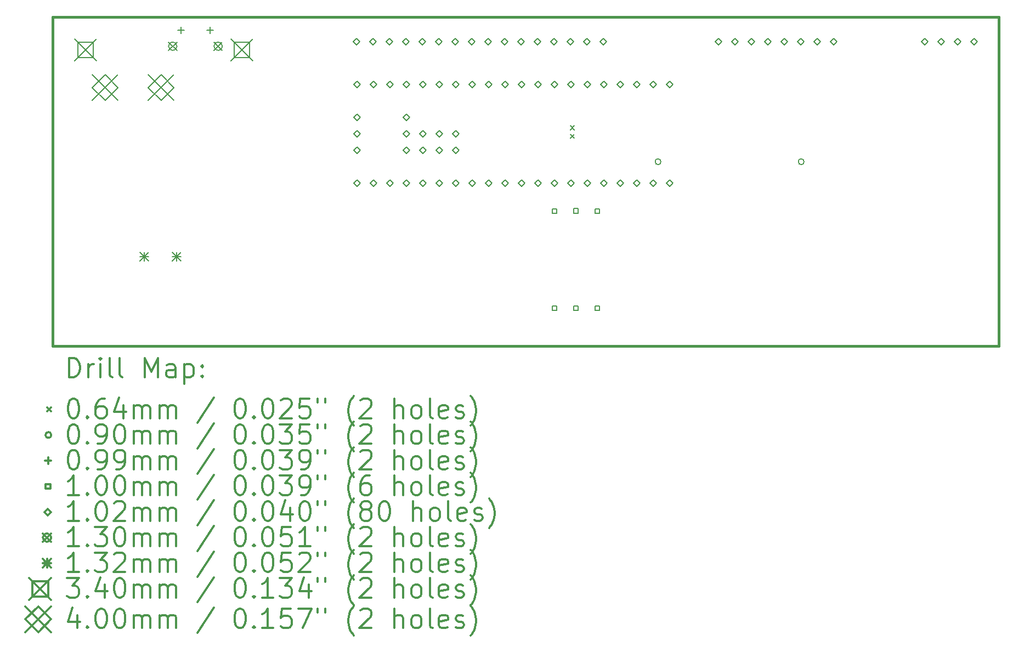
<source format=gbr>
%FSLAX45Y45*%
G04 Gerber Fmt 4.5, Leading zero omitted, Abs format (unit mm)*
G04 Created by KiCad (PCBNEW 4.0.5+dfsg1-4) date Sun Dec 29 19:54:59 2019*
%MOMM*%
%LPD*%
G01*
G04 APERTURE LIST*
%ADD10C,0.127000*%
%ADD11C,0.381000*%
%ADD12C,0.200000*%
%ADD13C,0.300000*%
G04 APERTURE END LIST*
D10*
D11*
X5715000Y-10541000D02*
X20320000Y-10541000D01*
X5715000Y-5461000D02*
X20320000Y-5461000D01*
X5715000Y-10541000D02*
X5715000Y-5461000D01*
X20320000Y-5461000D02*
X20320000Y-10541000D01*
D12*
X13709650Y-7141210D02*
X13773150Y-7204710D01*
X13773150Y-7141210D02*
X13709650Y-7204710D01*
X13709650Y-7273290D02*
X13773150Y-7336790D01*
X13773150Y-7273290D02*
X13709650Y-7336790D01*
X15107200Y-7696200D02*
G75*
G03X15107200Y-7696200I-45000J0D01*
G01*
X17317000Y-7696200D02*
G75*
G03X17317000Y-7696200I-45000J0D01*
G01*
X7696200Y-5614700D02*
X7696200Y-5713700D01*
X7646700Y-5664200D02*
X7745700Y-5664200D01*
X8146200Y-5614700D02*
X8146200Y-5713700D01*
X8096700Y-5664200D02*
X8195700Y-5664200D01*
X13497382Y-8493583D02*
X13497382Y-8422818D01*
X13426617Y-8422818D01*
X13426617Y-8493583D01*
X13497382Y-8493583D01*
X13497382Y-9993583D02*
X13497382Y-9922818D01*
X13426617Y-9922818D01*
X13426617Y-9993583D01*
X13497382Y-9993583D01*
X13827582Y-8492183D02*
X13827582Y-8421418D01*
X13756817Y-8421418D01*
X13756817Y-8492183D01*
X13827582Y-8492183D01*
X13827582Y-9992183D02*
X13827582Y-9921418D01*
X13756817Y-9921418D01*
X13756817Y-9992183D01*
X13827582Y-9992183D01*
X14157782Y-8493583D02*
X14157782Y-8422818D01*
X14087017Y-8422818D01*
X14087017Y-8493583D01*
X14157782Y-8493583D01*
X14157782Y-9993583D02*
X14157782Y-9922818D01*
X14087017Y-9922818D01*
X14087017Y-9993583D01*
X14157782Y-9993583D01*
X10412000Y-5890800D02*
X10462800Y-5840000D01*
X10412000Y-5789200D01*
X10361200Y-5840000D01*
X10412000Y-5890800D01*
X10414000Y-6553200D02*
X10464800Y-6502400D01*
X10414000Y-6451600D01*
X10363200Y-6502400D01*
X10414000Y-6553200D01*
X10414000Y-7061200D02*
X10464800Y-7010400D01*
X10414000Y-6959600D01*
X10363200Y-7010400D01*
X10414000Y-7061200D01*
X10414000Y-7315200D02*
X10464800Y-7264400D01*
X10414000Y-7213600D01*
X10363200Y-7264400D01*
X10414000Y-7315200D01*
X10414000Y-7569200D02*
X10464800Y-7518400D01*
X10414000Y-7467600D01*
X10363200Y-7518400D01*
X10414000Y-7569200D01*
X10414000Y-8077200D02*
X10464800Y-8026400D01*
X10414000Y-7975600D01*
X10363200Y-8026400D01*
X10414000Y-8077200D01*
X10666000Y-5890800D02*
X10716800Y-5840000D01*
X10666000Y-5789200D01*
X10615200Y-5840000D01*
X10666000Y-5890800D01*
X10668000Y-6553200D02*
X10718800Y-6502400D01*
X10668000Y-6451600D01*
X10617200Y-6502400D01*
X10668000Y-6553200D01*
X10668000Y-8077200D02*
X10718800Y-8026400D01*
X10668000Y-7975600D01*
X10617200Y-8026400D01*
X10668000Y-8077200D01*
X10920000Y-5890800D02*
X10970800Y-5840000D01*
X10920000Y-5789200D01*
X10869200Y-5840000D01*
X10920000Y-5890800D01*
X10922000Y-6553200D02*
X10972800Y-6502400D01*
X10922000Y-6451600D01*
X10871200Y-6502400D01*
X10922000Y-6553200D01*
X10922000Y-8077200D02*
X10972800Y-8026400D01*
X10922000Y-7975600D01*
X10871200Y-8026400D01*
X10922000Y-8077200D01*
X11174000Y-5890800D02*
X11224800Y-5840000D01*
X11174000Y-5789200D01*
X11123200Y-5840000D01*
X11174000Y-5890800D01*
X11176000Y-6553200D02*
X11226800Y-6502400D01*
X11176000Y-6451600D01*
X11125200Y-6502400D01*
X11176000Y-6553200D01*
X11176000Y-7061200D02*
X11226800Y-7010400D01*
X11176000Y-6959600D01*
X11125200Y-7010400D01*
X11176000Y-7061200D01*
X11176000Y-7315200D02*
X11226800Y-7264400D01*
X11176000Y-7213600D01*
X11125200Y-7264400D01*
X11176000Y-7315200D01*
X11176000Y-7569200D02*
X11226800Y-7518400D01*
X11176000Y-7467600D01*
X11125200Y-7518400D01*
X11176000Y-7569200D01*
X11176000Y-8077200D02*
X11226800Y-8026400D01*
X11176000Y-7975600D01*
X11125200Y-8026400D01*
X11176000Y-8077200D01*
X11428000Y-5890800D02*
X11478800Y-5840000D01*
X11428000Y-5789200D01*
X11377200Y-5840000D01*
X11428000Y-5890800D01*
X11430000Y-6553200D02*
X11480800Y-6502400D01*
X11430000Y-6451600D01*
X11379200Y-6502400D01*
X11430000Y-6553200D01*
X11430000Y-7315200D02*
X11480800Y-7264400D01*
X11430000Y-7213600D01*
X11379200Y-7264400D01*
X11430000Y-7315200D01*
X11430000Y-7569200D02*
X11480800Y-7518400D01*
X11430000Y-7467600D01*
X11379200Y-7518400D01*
X11430000Y-7569200D01*
X11430000Y-8077200D02*
X11480800Y-8026400D01*
X11430000Y-7975600D01*
X11379200Y-8026400D01*
X11430000Y-8077200D01*
X11682000Y-5890800D02*
X11732800Y-5840000D01*
X11682000Y-5789200D01*
X11631200Y-5840000D01*
X11682000Y-5890800D01*
X11684000Y-6553200D02*
X11734800Y-6502400D01*
X11684000Y-6451600D01*
X11633200Y-6502400D01*
X11684000Y-6553200D01*
X11684000Y-7315200D02*
X11734800Y-7264400D01*
X11684000Y-7213600D01*
X11633200Y-7264400D01*
X11684000Y-7315200D01*
X11684000Y-7569200D02*
X11734800Y-7518400D01*
X11684000Y-7467600D01*
X11633200Y-7518400D01*
X11684000Y-7569200D01*
X11684000Y-8077200D02*
X11734800Y-8026400D01*
X11684000Y-7975600D01*
X11633200Y-8026400D01*
X11684000Y-8077200D01*
X11936000Y-5890800D02*
X11986800Y-5840000D01*
X11936000Y-5789200D01*
X11885200Y-5840000D01*
X11936000Y-5890800D01*
X11938000Y-6553200D02*
X11988800Y-6502400D01*
X11938000Y-6451600D01*
X11887200Y-6502400D01*
X11938000Y-6553200D01*
X11938000Y-7315200D02*
X11988800Y-7264400D01*
X11938000Y-7213600D01*
X11887200Y-7264400D01*
X11938000Y-7315200D01*
X11938000Y-7569200D02*
X11988800Y-7518400D01*
X11938000Y-7467600D01*
X11887200Y-7518400D01*
X11938000Y-7569200D01*
X11938000Y-8077200D02*
X11988800Y-8026400D01*
X11938000Y-7975600D01*
X11887200Y-8026400D01*
X11938000Y-8077200D01*
X12190000Y-5890800D02*
X12240800Y-5840000D01*
X12190000Y-5789200D01*
X12139200Y-5840000D01*
X12190000Y-5890800D01*
X12192000Y-6553200D02*
X12242800Y-6502400D01*
X12192000Y-6451600D01*
X12141200Y-6502400D01*
X12192000Y-6553200D01*
X12192000Y-8077200D02*
X12242800Y-8026400D01*
X12192000Y-7975600D01*
X12141200Y-8026400D01*
X12192000Y-8077200D01*
X12444000Y-5890800D02*
X12494800Y-5840000D01*
X12444000Y-5789200D01*
X12393200Y-5840000D01*
X12444000Y-5890800D01*
X12446000Y-6553200D02*
X12496800Y-6502400D01*
X12446000Y-6451600D01*
X12395200Y-6502400D01*
X12446000Y-6553200D01*
X12446000Y-8077200D02*
X12496800Y-8026400D01*
X12446000Y-7975600D01*
X12395200Y-8026400D01*
X12446000Y-8077200D01*
X12698000Y-5890800D02*
X12748800Y-5840000D01*
X12698000Y-5789200D01*
X12647200Y-5840000D01*
X12698000Y-5890800D01*
X12700000Y-6553200D02*
X12750800Y-6502400D01*
X12700000Y-6451600D01*
X12649200Y-6502400D01*
X12700000Y-6553200D01*
X12700000Y-8077200D02*
X12750800Y-8026400D01*
X12700000Y-7975600D01*
X12649200Y-8026400D01*
X12700000Y-8077200D01*
X12952000Y-5890800D02*
X13002800Y-5840000D01*
X12952000Y-5789200D01*
X12901200Y-5840000D01*
X12952000Y-5890800D01*
X12954000Y-6553200D02*
X13004800Y-6502400D01*
X12954000Y-6451600D01*
X12903200Y-6502400D01*
X12954000Y-6553200D01*
X12954000Y-8077200D02*
X13004800Y-8026400D01*
X12954000Y-7975600D01*
X12903200Y-8026400D01*
X12954000Y-8077200D01*
X13206000Y-5890800D02*
X13256800Y-5840000D01*
X13206000Y-5789200D01*
X13155200Y-5840000D01*
X13206000Y-5890800D01*
X13208000Y-6553200D02*
X13258800Y-6502400D01*
X13208000Y-6451600D01*
X13157200Y-6502400D01*
X13208000Y-6553200D01*
X13208000Y-8077200D02*
X13258800Y-8026400D01*
X13208000Y-7975600D01*
X13157200Y-8026400D01*
X13208000Y-8077200D01*
X13460000Y-5890800D02*
X13510800Y-5840000D01*
X13460000Y-5789200D01*
X13409200Y-5840000D01*
X13460000Y-5890800D01*
X13462000Y-6553200D02*
X13512800Y-6502400D01*
X13462000Y-6451600D01*
X13411200Y-6502400D01*
X13462000Y-6553200D01*
X13462000Y-8077200D02*
X13512800Y-8026400D01*
X13462000Y-7975600D01*
X13411200Y-8026400D01*
X13462000Y-8077200D01*
X13714000Y-5890800D02*
X13764800Y-5840000D01*
X13714000Y-5789200D01*
X13663200Y-5840000D01*
X13714000Y-5890800D01*
X13716000Y-6553200D02*
X13766800Y-6502400D01*
X13716000Y-6451600D01*
X13665200Y-6502400D01*
X13716000Y-6553200D01*
X13716000Y-8077200D02*
X13766800Y-8026400D01*
X13716000Y-7975600D01*
X13665200Y-8026400D01*
X13716000Y-8077200D01*
X13968000Y-5890800D02*
X14018800Y-5840000D01*
X13968000Y-5789200D01*
X13917200Y-5840000D01*
X13968000Y-5890800D01*
X13970000Y-6553200D02*
X14020800Y-6502400D01*
X13970000Y-6451600D01*
X13919200Y-6502400D01*
X13970000Y-6553200D01*
X13970000Y-8077200D02*
X14020800Y-8026400D01*
X13970000Y-7975600D01*
X13919200Y-8026400D01*
X13970000Y-8077200D01*
X14222000Y-5890800D02*
X14272800Y-5840000D01*
X14222000Y-5789200D01*
X14171200Y-5840000D01*
X14222000Y-5890800D01*
X14224000Y-6553200D02*
X14274800Y-6502400D01*
X14224000Y-6451600D01*
X14173200Y-6502400D01*
X14224000Y-6553200D01*
X14224000Y-8077200D02*
X14274800Y-8026400D01*
X14224000Y-7975600D01*
X14173200Y-8026400D01*
X14224000Y-8077200D01*
X14478000Y-6553200D02*
X14528800Y-6502400D01*
X14478000Y-6451600D01*
X14427200Y-6502400D01*
X14478000Y-6553200D01*
X14478000Y-8077200D02*
X14528800Y-8026400D01*
X14478000Y-7975600D01*
X14427200Y-8026400D01*
X14478000Y-8077200D01*
X14732000Y-6553200D02*
X14782800Y-6502400D01*
X14732000Y-6451600D01*
X14681200Y-6502400D01*
X14732000Y-6553200D01*
X14732000Y-8077200D02*
X14782800Y-8026400D01*
X14732000Y-7975600D01*
X14681200Y-8026400D01*
X14732000Y-8077200D01*
X14986000Y-6553200D02*
X15036800Y-6502400D01*
X14986000Y-6451600D01*
X14935200Y-6502400D01*
X14986000Y-6553200D01*
X14986000Y-8077200D02*
X15036800Y-8026400D01*
X14986000Y-7975600D01*
X14935200Y-8026400D01*
X14986000Y-8077200D01*
X15240000Y-6553200D02*
X15290800Y-6502400D01*
X15240000Y-6451600D01*
X15189200Y-6502400D01*
X15240000Y-6553200D01*
X15240000Y-8077200D02*
X15290800Y-8026400D01*
X15240000Y-7975600D01*
X15189200Y-8026400D01*
X15240000Y-8077200D01*
X16000000Y-5892800D02*
X16050800Y-5842000D01*
X16000000Y-5791200D01*
X15949200Y-5842000D01*
X16000000Y-5892800D01*
X16254000Y-5892800D02*
X16304800Y-5842000D01*
X16254000Y-5791200D01*
X16203200Y-5842000D01*
X16254000Y-5892800D01*
X16508000Y-5892800D02*
X16558800Y-5842000D01*
X16508000Y-5791200D01*
X16457200Y-5842000D01*
X16508000Y-5892800D01*
X16762000Y-5892800D02*
X16812800Y-5842000D01*
X16762000Y-5791200D01*
X16711200Y-5842000D01*
X16762000Y-5892800D01*
X17016000Y-5892800D02*
X17066800Y-5842000D01*
X17016000Y-5791200D01*
X16965200Y-5842000D01*
X17016000Y-5892800D01*
X17270000Y-5892800D02*
X17320800Y-5842000D01*
X17270000Y-5791200D01*
X17219200Y-5842000D01*
X17270000Y-5892800D01*
X17524000Y-5892800D02*
X17574800Y-5842000D01*
X17524000Y-5791200D01*
X17473200Y-5842000D01*
X17524000Y-5892800D01*
X17778000Y-5892800D02*
X17828800Y-5842000D01*
X17778000Y-5791200D01*
X17727200Y-5842000D01*
X17778000Y-5892800D01*
X19177000Y-5892800D02*
X19227800Y-5842000D01*
X19177000Y-5791200D01*
X19126200Y-5842000D01*
X19177000Y-5892800D01*
X19431000Y-5892800D02*
X19481800Y-5842000D01*
X19431000Y-5791200D01*
X19380200Y-5842000D01*
X19431000Y-5892800D01*
X19685000Y-5892800D02*
X19735800Y-5842000D01*
X19685000Y-5791200D01*
X19634200Y-5842000D01*
X19685000Y-5892800D01*
X19939000Y-5892800D02*
X19989800Y-5842000D01*
X19939000Y-5791200D01*
X19888200Y-5842000D01*
X19939000Y-5892800D01*
X7506200Y-5848200D02*
X7636200Y-5978200D01*
X7636200Y-5848200D02*
X7506200Y-5978200D01*
X7636200Y-5913200D02*
G75*
G03X7636200Y-5913200I-65000J0D01*
G01*
X8207200Y-5848200D02*
X8337200Y-5978200D01*
X8337200Y-5848200D02*
X8207200Y-5978200D01*
X8337200Y-5913200D02*
G75*
G03X8337200Y-5913200I-65000J0D01*
G01*
X7065264Y-9097264D02*
X7197344Y-9229344D01*
X7197344Y-9097264D02*
X7065264Y-9229344D01*
X7131304Y-9097264D02*
X7131304Y-9229344D01*
X7065264Y-9163304D02*
X7197344Y-9163304D01*
X7565264Y-9097264D02*
X7697344Y-9229344D01*
X7697344Y-9097264D02*
X7565264Y-9229344D01*
X7631304Y-9097264D02*
X7631304Y-9229344D01*
X7565264Y-9163304D02*
X7697344Y-9163304D01*
X6053000Y-5799000D02*
X6393000Y-6139000D01*
X6393000Y-5799000D02*
X6053000Y-6139000D01*
X6343209Y-6089209D02*
X6343209Y-5848791D01*
X6102791Y-5848791D01*
X6102791Y-6089209D01*
X6343209Y-6089209D01*
X8466000Y-5799000D02*
X8806000Y-6139000D01*
X8806000Y-5799000D02*
X8466000Y-6139000D01*
X8756209Y-6089209D02*
X8756209Y-5848791D01*
X8515791Y-5848791D01*
X8515791Y-6089209D01*
X8756209Y-6089209D01*
X6327800Y-6353200D02*
X6727800Y-6753200D01*
X6727800Y-6353200D02*
X6327800Y-6753200D01*
X6527800Y-6753200D02*
X6727800Y-6553200D01*
X6527800Y-6353200D01*
X6327800Y-6553200D01*
X6527800Y-6753200D01*
X7191400Y-6353200D02*
X7591400Y-6753200D01*
X7591400Y-6353200D02*
X7191400Y-6753200D01*
X7391400Y-6753200D02*
X7591400Y-6553200D01*
X7391400Y-6353200D01*
X7191400Y-6553200D01*
X7391400Y-6753200D01*
D13*
X5967378Y-11025764D02*
X5967378Y-10725764D01*
X6038807Y-10725764D01*
X6081664Y-10740050D01*
X6110236Y-10768622D01*
X6124521Y-10797193D01*
X6138807Y-10854336D01*
X6138807Y-10897193D01*
X6124521Y-10954336D01*
X6110236Y-10982907D01*
X6081664Y-11011479D01*
X6038807Y-11025764D01*
X5967378Y-11025764D01*
X6267378Y-11025764D02*
X6267378Y-10825764D01*
X6267378Y-10882907D02*
X6281664Y-10854336D01*
X6295950Y-10840050D01*
X6324521Y-10825764D01*
X6353093Y-10825764D01*
X6453093Y-11025764D02*
X6453093Y-10825764D01*
X6453093Y-10725764D02*
X6438807Y-10740050D01*
X6453093Y-10754336D01*
X6467378Y-10740050D01*
X6453093Y-10725764D01*
X6453093Y-10754336D01*
X6638807Y-11025764D02*
X6610236Y-11011479D01*
X6595950Y-10982907D01*
X6595950Y-10725764D01*
X6795950Y-11025764D02*
X6767378Y-11011479D01*
X6753093Y-10982907D01*
X6753093Y-10725764D01*
X7138807Y-11025764D02*
X7138807Y-10725764D01*
X7238807Y-10940050D01*
X7338807Y-10725764D01*
X7338807Y-11025764D01*
X7610236Y-11025764D02*
X7610236Y-10868622D01*
X7595950Y-10840050D01*
X7567378Y-10825764D01*
X7510236Y-10825764D01*
X7481664Y-10840050D01*
X7610236Y-11011479D02*
X7581664Y-11025764D01*
X7510236Y-11025764D01*
X7481664Y-11011479D01*
X7467378Y-10982907D01*
X7467378Y-10954336D01*
X7481664Y-10925764D01*
X7510236Y-10911479D01*
X7581664Y-10911479D01*
X7610236Y-10897193D01*
X7753093Y-10825764D02*
X7753093Y-11125764D01*
X7753093Y-10840050D02*
X7781664Y-10825764D01*
X7838807Y-10825764D01*
X7867378Y-10840050D01*
X7881664Y-10854336D01*
X7895950Y-10882907D01*
X7895950Y-10968622D01*
X7881664Y-10997193D01*
X7867378Y-11011479D01*
X7838807Y-11025764D01*
X7781664Y-11025764D01*
X7753093Y-11011479D01*
X8024521Y-10997193D02*
X8038807Y-11011479D01*
X8024521Y-11025764D01*
X8010236Y-11011479D01*
X8024521Y-10997193D01*
X8024521Y-11025764D01*
X8024521Y-10840050D02*
X8038807Y-10854336D01*
X8024521Y-10868622D01*
X8010236Y-10854336D01*
X8024521Y-10840050D01*
X8024521Y-10868622D01*
X5632450Y-11488300D02*
X5695950Y-11551800D01*
X5695950Y-11488300D02*
X5632450Y-11551800D01*
X6024521Y-11355764D02*
X6053093Y-11355764D01*
X6081664Y-11370050D01*
X6095950Y-11384336D01*
X6110236Y-11412907D01*
X6124521Y-11470050D01*
X6124521Y-11541479D01*
X6110236Y-11598621D01*
X6095950Y-11627193D01*
X6081664Y-11641479D01*
X6053093Y-11655764D01*
X6024521Y-11655764D01*
X5995950Y-11641479D01*
X5981664Y-11627193D01*
X5967378Y-11598621D01*
X5953093Y-11541479D01*
X5953093Y-11470050D01*
X5967378Y-11412907D01*
X5981664Y-11384336D01*
X5995950Y-11370050D01*
X6024521Y-11355764D01*
X6253093Y-11627193D02*
X6267378Y-11641479D01*
X6253093Y-11655764D01*
X6238807Y-11641479D01*
X6253093Y-11627193D01*
X6253093Y-11655764D01*
X6524521Y-11355764D02*
X6467378Y-11355764D01*
X6438807Y-11370050D01*
X6424521Y-11384336D01*
X6395950Y-11427193D01*
X6381664Y-11484336D01*
X6381664Y-11598621D01*
X6395950Y-11627193D01*
X6410236Y-11641479D01*
X6438807Y-11655764D01*
X6495950Y-11655764D01*
X6524521Y-11641479D01*
X6538807Y-11627193D01*
X6553093Y-11598621D01*
X6553093Y-11527193D01*
X6538807Y-11498621D01*
X6524521Y-11484336D01*
X6495950Y-11470050D01*
X6438807Y-11470050D01*
X6410236Y-11484336D01*
X6395950Y-11498621D01*
X6381664Y-11527193D01*
X6810236Y-11455764D02*
X6810236Y-11655764D01*
X6738807Y-11341479D02*
X6667378Y-11555764D01*
X6853093Y-11555764D01*
X6967378Y-11655764D02*
X6967378Y-11455764D01*
X6967378Y-11484336D02*
X6981664Y-11470050D01*
X7010236Y-11455764D01*
X7053093Y-11455764D01*
X7081664Y-11470050D01*
X7095950Y-11498621D01*
X7095950Y-11655764D01*
X7095950Y-11498621D02*
X7110236Y-11470050D01*
X7138807Y-11455764D01*
X7181664Y-11455764D01*
X7210236Y-11470050D01*
X7224521Y-11498621D01*
X7224521Y-11655764D01*
X7367378Y-11655764D02*
X7367378Y-11455764D01*
X7367378Y-11484336D02*
X7381664Y-11470050D01*
X7410236Y-11455764D01*
X7453093Y-11455764D01*
X7481664Y-11470050D01*
X7495950Y-11498621D01*
X7495950Y-11655764D01*
X7495950Y-11498621D02*
X7510236Y-11470050D01*
X7538807Y-11455764D01*
X7581664Y-11455764D01*
X7610236Y-11470050D01*
X7624521Y-11498621D01*
X7624521Y-11655764D01*
X8210236Y-11341479D02*
X7953093Y-11727193D01*
X8595950Y-11355764D02*
X8624521Y-11355764D01*
X8653093Y-11370050D01*
X8667378Y-11384336D01*
X8681664Y-11412907D01*
X8695950Y-11470050D01*
X8695950Y-11541479D01*
X8681664Y-11598621D01*
X8667378Y-11627193D01*
X8653093Y-11641479D01*
X8624521Y-11655764D01*
X8595950Y-11655764D01*
X8567378Y-11641479D01*
X8553093Y-11627193D01*
X8538807Y-11598621D01*
X8524521Y-11541479D01*
X8524521Y-11470050D01*
X8538807Y-11412907D01*
X8553093Y-11384336D01*
X8567378Y-11370050D01*
X8595950Y-11355764D01*
X8824521Y-11627193D02*
X8838807Y-11641479D01*
X8824521Y-11655764D01*
X8810236Y-11641479D01*
X8824521Y-11627193D01*
X8824521Y-11655764D01*
X9024521Y-11355764D02*
X9053093Y-11355764D01*
X9081664Y-11370050D01*
X9095950Y-11384336D01*
X9110236Y-11412907D01*
X9124521Y-11470050D01*
X9124521Y-11541479D01*
X9110236Y-11598621D01*
X9095950Y-11627193D01*
X9081664Y-11641479D01*
X9053093Y-11655764D01*
X9024521Y-11655764D01*
X8995950Y-11641479D01*
X8981664Y-11627193D01*
X8967378Y-11598621D01*
X8953093Y-11541479D01*
X8953093Y-11470050D01*
X8967378Y-11412907D01*
X8981664Y-11384336D01*
X8995950Y-11370050D01*
X9024521Y-11355764D01*
X9238807Y-11384336D02*
X9253093Y-11370050D01*
X9281664Y-11355764D01*
X9353093Y-11355764D01*
X9381664Y-11370050D01*
X9395950Y-11384336D01*
X9410236Y-11412907D01*
X9410236Y-11441479D01*
X9395950Y-11484336D01*
X9224521Y-11655764D01*
X9410236Y-11655764D01*
X9681664Y-11355764D02*
X9538807Y-11355764D01*
X9524521Y-11498621D01*
X9538807Y-11484336D01*
X9567378Y-11470050D01*
X9638807Y-11470050D01*
X9667378Y-11484336D01*
X9681664Y-11498621D01*
X9695950Y-11527193D01*
X9695950Y-11598621D01*
X9681664Y-11627193D01*
X9667378Y-11641479D01*
X9638807Y-11655764D01*
X9567378Y-11655764D01*
X9538807Y-11641479D01*
X9524521Y-11627193D01*
X9810236Y-11355764D02*
X9810236Y-11412907D01*
X9924521Y-11355764D02*
X9924521Y-11412907D01*
X10367378Y-11770050D02*
X10353093Y-11755764D01*
X10324521Y-11712907D01*
X10310236Y-11684336D01*
X10295950Y-11641479D01*
X10281664Y-11570050D01*
X10281664Y-11512907D01*
X10295950Y-11441479D01*
X10310236Y-11398621D01*
X10324521Y-11370050D01*
X10353093Y-11327193D01*
X10367378Y-11312907D01*
X10467378Y-11384336D02*
X10481664Y-11370050D01*
X10510236Y-11355764D01*
X10581664Y-11355764D01*
X10610236Y-11370050D01*
X10624521Y-11384336D01*
X10638807Y-11412907D01*
X10638807Y-11441479D01*
X10624521Y-11484336D01*
X10453093Y-11655764D01*
X10638807Y-11655764D01*
X10995950Y-11655764D02*
X10995950Y-11355764D01*
X11124521Y-11655764D02*
X11124521Y-11498621D01*
X11110236Y-11470050D01*
X11081664Y-11455764D01*
X11038807Y-11455764D01*
X11010236Y-11470050D01*
X10995950Y-11484336D01*
X11310235Y-11655764D02*
X11281664Y-11641479D01*
X11267378Y-11627193D01*
X11253093Y-11598621D01*
X11253093Y-11512907D01*
X11267378Y-11484336D01*
X11281664Y-11470050D01*
X11310235Y-11455764D01*
X11353093Y-11455764D01*
X11381664Y-11470050D01*
X11395950Y-11484336D01*
X11410235Y-11512907D01*
X11410235Y-11598621D01*
X11395950Y-11627193D01*
X11381664Y-11641479D01*
X11353093Y-11655764D01*
X11310235Y-11655764D01*
X11581664Y-11655764D02*
X11553093Y-11641479D01*
X11538807Y-11612907D01*
X11538807Y-11355764D01*
X11810236Y-11641479D02*
X11781664Y-11655764D01*
X11724521Y-11655764D01*
X11695950Y-11641479D01*
X11681664Y-11612907D01*
X11681664Y-11498621D01*
X11695950Y-11470050D01*
X11724521Y-11455764D01*
X11781664Y-11455764D01*
X11810236Y-11470050D01*
X11824521Y-11498621D01*
X11824521Y-11527193D01*
X11681664Y-11555764D01*
X11938807Y-11641479D02*
X11967378Y-11655764D01*
X12024521Y-11655764D01*
X12053093Y-11641479D01*
X12067378Y-11612907D01*
X12067378Y-11598621D01*
X12053093Y-11570050D01*
X12024521Y-11555764D01*
X11981664Y-11555764D01*
X11953093Y-11541479D01*
X11938807Y-11512907D01*
X11938807Y-11498621D01*
X11953093Y-11470050D01*
X11981664Y-11455764D01*
X12024521Y-11455764D01*
X12053093Y-11470050D01*
X12167378Y-11770050D02*
X12181664Y-11755764D01*
X12210236Y-11712907D01*
X12224521Y-11684336D01*
X12238807Y-11641479D01*
X12253093Y-11570050D01*
X12253093Y-11512907D01*
X12238807Y-11441479D01*
X12224521Y-11398621D01*
X12210236Y-11370050D01*
X12181664Y-11327193D01*
X12167378Y-11312907D01*
X5695950Y-11916050D02*
G75*
G03X5695950Y-11916050I-45000J0D01*
G01*
X6024521Y-11751764D02*
X6053093Y-11751764D01*
X6081664Y-11766050D01*
X6095950Y-11780336D01*
X6110236Y-11808907D01*
X6124521Y-11866050D01*
X6124521Y-11937479D01*
X6110236Y-11994621D01*
X6095950Y-12023193D01*
X6081664Y-12037479D01*
X6053093Y-12051764D01*
X6024521Y-12051764D01*
X5995950Y-12037479D01*
X5981664Y-12023193D01*
X5967378Y-11994621D01*
X5953093Y-11937479D01*
X5953093Y-11866050D01*
X5967378Y-11808907D01*
X5981664Y-11780336D01*
X5995950Y-11766050D01*
X6024521Y-11751764D01*
X6253093Y-12023193D02*
X6267378Y-12037479D01*
X6253093Y-12051764D01*
X6238807Y-12037479D01*
X6253093Y-12023193D01*
X6253093Y-12051764D01*
X6410236Y-12051764D02*
X6467378Y-12051764D01*
X6495950Y-12037479D01*
X6510236Y-12023193D01*
X6538807Y-11980336D01*
X6553093Y-11923193D01*
X6553093Y-11808907D01*
X6538807Y-11780336D01*
X6524521Y-11766050D01*
X6495950Y-11751764D01*
X6438807Y-11751764D01*
X6410236Y-11766050D01*
X6395950Y-11780336D01*
X6381664Y-11808907D01*
X6381664Y-11880336D01*
X6395950Y-11908907D01*
X6410236Y-11923193D01*
X6438807Y-11937479D01*
X6495950Y-11937479D01*
X6524521Y-11923193D01*
X6538807Y-11908907D01*
X6553093Y-11880336D01*
X6738807Y-11751764D02*
X6767378Y-11751764D01*
X6795950Y-11766050D01*
X6810236Y-11780336D01*
X6824521Y-11808907D01*
X6838807Y-11866050D01*
X6838807Y-11937479D01*
X6824521Y-11994621D01*
X6810236Y-12023193D01*
X6795950Y-12037479D01*
X6767378Y-12051764D01*
X6738807Y-12051764D01*
X6710236Y-12037479D01*
X6695950Y-12023193D01*
X6681664Y-11994621D01*
X6667378Y-11937479D01*
X6667378Y-11866050D01*
X6681664Y-11808907D01*
X6695950Y-11780336D01*
X6710236Y-11766050D01*
X6738807Y-11751764D01*
X6967378Y-12051764D02*
X6967378Y-11851764D01*
X6967378Y-11880336D02*
X6981664Y-11866050D01*
X7010236Y-11851764D01*
X7053093Y-11851764D01*
X7081664Y-11866050D01*
X7095950Y-11894621D01*
X7095950Y-12051764D01*
X7095950Y-11894621D02*
X7110236Y-11866050D01*
X7138807Y-11851764D01*
X7181664Y-11851764D01*
X7210236Y-11866050D01*
X7224521Y-11894621D01*
X7224521Y-12051764D01*
X7367378Y-12051764D02*
X7367378Y-11851764D01*
X7367378Y-11880336D02*
X7381664Y-11866050D01*
X7410236Y-11851764D01*
X7453093Y-11851764D01*
X7481664Y-11866050D01*
X7495950Y-11894621D01*
X7495950Y-12051764D01*
X7495950Y-11894621D02*
X7510236Y-11866050D01*
X7538807Y-11851764D01*
X7581664Y-11851764D01*
X7610236Y-11866050D01*
X7624521Y-11894621D01*
X7624521Y-12051764D01*
X8210236Y-11737479D02*
X7953093Y-12123193D01*
X8595950Y-11751764D02*
X8624521Y-11751764D01*
X8653093Y-11766050D01*
X8667378Y-11780336D01*
X8681664Y-11808907D01*
X8695950Y-11866050D01*
X8695950Y-11937479D01*
X8681664Y-11994621D01*
X8667378Y-12023193D01*
X8653093Y-12037479D01*
X8624521Y-12051764D01*
X8595950Y-12051764D01*
X8567378Y-12037479D01*
X8553093Y-12023193D01*
X8538807Y-11994621D01*
X8524521Y-11937479D01*
X8524521Y-11866050D01*
X8538807Y-11808907D01*
X8553093Y-11780336D01*
X8567378Y-11766050D01*
X8595950Y-11751764D01*
X8824521Y-12023193D02*
X8838807Y-12037479D01*
X8824521Y-12051764D01*
X8810236Y-12037479D01*
X8824521Y-12023193D01*
X8824521Y-12051764D01*
X9024521Y-11751764D02*
X9053093Y-11751764D01*
X9081664Y-11766050D01*
X9095950Y-11780336D01*
X9110236Y-11808907D01*
X9124521Y-11866050D01*
X9124521Y-11937479D01*
X9110236Y-11994621D01*
X9095950Y-12023193D01*
X9081664Y-12037479D01*
X9053093Y-12051764D01*
X9024521Y-12051764D01*
X8995950Y-12037479D01*
X8981664Y-12023193D01*
X8967378Y-11994621D01*
X8953093Y-11937479D01*
X8953093Y-11866050D01*
X8967378Y-11808907D01*
X8981664Y-11780336D01*
X8995950Y-11766050D01*
X9024521Y-11751764D01*
X9224521Y-11751764D02*
X9410236Y-11751764D01*
X9310236Y-11866050D01*
X9353093Y-11866050D01*
X9381664Y-11880336D01*
X9395950Y-11894621D01*
X9410236Y-11923193D01*
X9410236Y-11994621D01*
X9395950Y-12023193D01*
X9381664Y-12037479D01*
X9353093Y-12051764D01*
X9267378Y-12051764D01*
X9238807Y-12037479D01*
X9224521Y-12023193D01*
X9681664Y-11751764D02*
X9538807Y-11751764D01*
X9524521Y-11894621D01*
X9538807Y-11880336D01*
X9567378Y-11866050D01*
X9638807Y-11866050D01*
X9667378Y-11880336D01*
X9681664Y-11894621D01*
X9695950Y-11923193D01*
X9695950Y-11994621D01*
X9681664Y-12023193D01*
X9667378Y-12037479D01*
X9638807Y-12051764D01*
X9567378Y-12051764D01*
X9538807Y-12037479D01*
X9524521Y-12023193D01*
X9810236Y-11751764D02*
X9810236Y-11808907D01*
X9924521Y-11751764D02*
X9924521Y-11808907D01*
X10367378Y-12166050D02*
X10353093Y-12151764D01*
X10324521Y-12108907D01*
X10310236Y-12080336D01*
X10295950Y-12037479D01*
X10281664Y-11966050D01*
X10281664Y-11908907D01*
X10295950Y-11837479D01*
X10310236Y-11794621D01*
X10324521Y-11766050D01*
X10353093Y-11723193D01*
X10367378Y-11708907D01*
X10467378Y-11780336D02*
X10481664Y-11766050D01*
X10510236Y-11751764D01*
X10581664Y-11751764D01*
X10610236Y-11766050D01*
X10624521Y-11780336D01*
X10638807Y-11808907D01*
X10638807Y-11837479D01*
X10624521Y-11880336D01*
X10453093Y-12051764D01*
X10638807Y-12051764D01*
X10995950Y-12051764D02*
X10995950Y-11751764D01*
X11124521Y-12051764D02*
X11124521Y-11894621D01*
X11110236Y-11866050D01*
X11081664Y-11851764D01*
X11038807Y-11851764D01*
X11010236Y-11866050D01*
X10995950Y-11880336D01*
X11310235Y-12051764D02*
X11281664Y-12037479D01*
X11267378Y-12023193D01*
X11253093Y-11994621D01*
X11253093Y-11908907D01*
X11267378Y-11880336D01*
X11281664Y-11866050D01*
X11310235Y-11851764D01*
X11353093Y-11851764D01*
X11381664Y-11866050D01*
X11395950Y-11880336D01*
X11410235Y-11908907D01*
X11410235Y-11994621D01*
X11395950Y-12023193D01*
X11381664Y-12037479D01*
X11353093Y-12051764D01*
X11310235Y-12051764D01*
X11581664Y-12051764D02*
X11553093Y-12037479D01*
X11538807Y-12008907D01*
X11538807Y-11751764D01*
X11810236Y-12037479D02*
X11781664Y-12051764D01*
X11724521Y-12051764D01*
X11695950Y-12037479D01*
X11681664Y-12008907D01*
X11681664Y-11894621D01*
X11695950Y-11866050D01*
X11724521Y-11851764D01*
X11781664Y-11851764D01*
X11810236Y-11866050D01*
X11824521Y-11894621D01*
X11824521Y-11923193D01*
X11681664Y-11951764D01*
X11938807Y-12037479D02*
X11967378Y-12051764D01*
X12024521Y-12051764D01*
X12053093Y-12037479D01*
X12067378Y-12008907D01*
X12067378Y-11994621D01*
X12053093Y-11966050D01*
X12024521Y-11951764D01*
X11981664Y-11951764D01*
X11953093Y-11937479D01*
X11938807Y-11908907D01*
X11938807Y-11894621D01*
X11953093Y-11866050D01*
X11981664Y-11851764D01*
X12024521Y-11851764D01*
X12053093Y-11866050D01*
X12167378Y-12166050D02*
X12181664Y-12151764D01*
X12210236Y-12108907D01*
X12224521Y-12080336D01*
X12238807Y-12037479D01*
X12253093Y-11966050D01*
X12253093Y-11908907D01*
X12238807Y-11837479D01*
X12224521Y-11794621D01*
X12210236Y-11766050D01*
X12181664Y-11723193D01*
X12167378Y-11708907D01*
X5646450Y-12262550D02*
X5646450Y-12361550D01*
X5596950Y-12312050D02*
X5695950Y-12312050D01*
X6024521Y-12147764D02*
X6053093Y-12147764D01*
X6081664Y-12162050D01*
X6095950Y-12176336D01*
X6110236Y-12204907D01*
X6124521Y-12262050D01*
X6124521Y-12333479D01*
X6110236Y-12390621D01*
X6095950Y-12419193D01*
X6081664Y-12433479D01*
X6053093Y-12447764D01*
X6024521Y-12447764D01*
X5995950Y-12433479D01*
X5981664Y-12419193D01*
X5967378Y-12390621D01*
X5953093Y-12333479D01*
X5953093Y-12262050D01*
X5967378Y-12204907D01*
X5981664Y-12176336D01*
X5995950Y-12162050D01*
X6024521Y-12147764D01*
X6253093Y-12419193D02*
X6267378Y-12433479D01*
X6253093Y-12447764D01*
X6238807Y-12433479D01*
X6253093Y-12419193D01*
X6253093Y-12447764D01*
X6410236Y-12447764D02*
X6467378Y-12447764D01*
X6495950Y-12433479D01*
X6510236Y-12419193D01*
X6538807Y-12376336D01*
X6553093Y-12319193D01*
X6553093Y-12204907D01*
X6538807Y-12176336D01*
X6524521Y-12162050D01*
X6495950Y-12147764D01*
X6438807Y-12147764D01*
X6410236Y-12162050D01*
X6395950Y-12176336D01*
X6381664Y-12204907D01*
X6381664Y-12276336D01*
X6395950Y-12304907D01*
X6410236Y-12319193D01*
X6438807Y-12333479D01*
X6495950Y-12333479D01*
X6524521Y-12319193D01*
X6538807Y-12304907D01*
X6553093Y-12276336D01*
X6695950Y-12447764D02*
X6753093Y-12447764D01*
X6781664Y-12433479D01*
X6795950Y-12419193D01*
X6824521Y-12376336D01*
X6838807Y-12319193D01*
X6838807Y-12204907D01*
X6824521Y-12176336D01*
X6810236Y-12162050D01*
X6781664Y-12147764D01*
X6724521Y-12147764D01*
X6695950Y-12162050D01*
X6681664Y-12176336D01*
X6667378Y-12204907D01*
X6667378Y-12276336D01*
X6681664Y-12304907D01*
X6695950Y-12319193D01*
X6724521Y-12333479D01*
X6781664Y-12333479D01*
X6810236Y-12319193D01*
X6824521Y-12304907D01*
X6838807Y-12276336D01*
X6967378Y-12447764D02*
X6967378Y-12247764D01*
X6967378Y-12276336D02*
X6981664Y-12262050D01*
X7010236Y-12247764D01*
X7053093Y-12247764D01*
X7081664Y-12262050D01*
X7095950Y-12290621D01*
X7095950Y-12447764D01*
X7095950Y-12290621D02*
X7110236Y-12262050D01*
X7138807Y-12247764D01*
X7181664Y-12247764D01*
X7210236Y-12262050D01*
X7224521Y-12290621D01*
X7224521Y-12447764D01*
X7367378Y-12447764D02*
X7367378Y-12247764D01*
X7367378Y-12276336D02*
X7381664Y-12262050D01*
X7410236Y-12247764D01*
X7453093Y-12247764D01*
X7481664Y-12262050D01*
X7495950Y-12290621D01*
X7495950Y-12447764D01*
X7495950Y-12290621D02*
X7510236Y-12262050D01*
X7538807Y-12247764D01*
X7581664Y-12247764D01*
X7610236Y-12262050D01*
X7624521Y-12290621D01*
X7624521Y-12447764D01*
X8210236Y-12133479D02*
X7953093Y-12519193D01*
X8595950Y-12147764D02*
X8624521Y-12147764D01*
X8653093Y-12162050D01*
X8667378Y-12176336D01*
X8681664Y-12204907D01*
X8695950Y-12262050D01*
X8695950Y-12333479D01*
X8681664Y-12390621D01*
X8667378Y-12419193D01*
X8653093Y-12433479D01*
X8624521Y-12447764D01*
X8595950Y-12447764D01*
X8567378Y-12433479D01*
X8553093Y-12419193D01*
X8538807Y-12390621D01*
X8524521Y-12333479D01*
X8524521Y-12262050D01*
X8538807Y-12204907D01*
X8553093Y-12176336D01*
X8567378Y-12162050D01*
X8595950Y-12147764D01*
X8824521Y-12419193D02*
X8838807Y-12433479D01*
X8824521Y-12447764D01*
X8810236Y-12433479D01*
X8824521Y-12419193D01*
X8824521Y-12447764D01*
X9024521Y-12147764D02*
X9053093Y-12147764D01*
X9081664Y-12162050D01*
X9095950Y-12176336D01*
X9110236Y-12204907D01*
X9124521Y-12262050D01*
X9124521Y-12333479D01*
X9110236Y-12390621D01*
X9095950Y-12419193D01*
X9081664Y-12433479D01*
X9053093Y-12447764D01*
X9024521Y-12447764D01*
X8995950Y-12433479D01*
X8981664Y-12419193D01*
X8967378Y-12390621D01*
X8953093Y-12333479D01*
X8953093Y-12262050D01*
X8967378Y-12204907D01*
X8981664Y-12176336D01*
X8995950Y-12162050D01*
X9024521Y-12147764D01*
X9224521Y-12147764D02*
X9410236Y-12147764D01*
X9310236Y-12262050D01*
X9353093Y-12262050D01*
X9381664Y-12276336D01*
X9395950Y-12290621D01*
X9410236Y-12319193D01*
X9410236Y-12390621D01*
X9395950Y-12419193D01*
X9381664Y-12433479D01*
X9353093Y-12447764D01*
X9267378Y-12447764D01*
X9238807Y-12433479D01*
X9224521Y-12419193D01*
X9553093Y-12447764D02*
X9610236Y-12447764D01*
X9638807Y-12433479D01*
X9653093Y-12419193D01*
X9681664Y-12376336D01*
X9695950Y-12319193D01*
X9695950Y-12204907D01*
X9681664Y-12176336D01*
X9667378Y-12162050D01*
X9638807Y-12147764D01*
X9581664Y-12147764D01*
X9553093Y-12162050D01*
X9538807Y-12176336D01*
X9524521Y-12204907D01*
X9524521Y-12276336D01*
X9538807Y-12304907D01*
X9553093Y-12319193D01*
X9581664Y-12333479D01*
X9638807Y-12333479D01*
X9667378Y-12319193D01*
X9681664Y-12304907D01*
X9695950Y-12276336D01*
X9810236Y-12147764D02*
X9810236Y-12204907D01*
X9924521Y-12147764D02*
X9924521Y-12204907D01*
X10367378Y-12562050D02*
X10353093Y-12547764D01*
X10324521Y-12504907D01*
X10310236Y-12476336D01*
X10295950Y-12433479D01*
X10281664Y-12362050D01*
X10281664Y-12304907D01*
X10295950Y-12233479D01*
X10310236Y-12190621D01*
X10324521Y-12162050D01*
X10353093Y-12119193D01*
X10367378Y-12104907D01*
X10467378Y-12176336D02*
X10481664Y-12162050D01*
X10510236Y-12147764D01*
X10581664Y-12147764D01*
X10610236Y-12162050D01*
X10624521Y-12176336D01*
X10638807Y-12204907D01*
X10638807Y-12233479D01*
X10624521Y-12276336D01*
X10453093Y-12447764D01*
X10638807Y-12447764D01*
X10995950Y-12447764D02*
X10995950Y-12147764D01*
X11124521Y-12447764D02*
X11124521Y-12290621D01*
X11110236Y-12262050D01*
X11081664Y-12247764D01*
X11038807Y-12247764D01*
X11010236Y-12262050D01*
X10995950Y-12276336D01*
X11310235Y-12447764D02*
X11281664Y-12433479D01*
X11267378Y-12419193D01*
X11253093Y-12390621D01*
X11253093Y-12304907D01*
X11267378Y-12276336D01*
X11281664Y-12262050D01*
X11310235Y-12247764D01*
X11353093Y-12247764D01*
X11381664Y-12262050D01*
X11395950Y-12276336D01*
X11410235Y-12304907D01*
X11410235Y-12390621D01*
X11395950Y-12419193D01*
X11381664Y-12433479D01*
X11353093Y-12447764D01*
X11310235Y-12447764D01*
X11581664Y-12447764D02*
X11553093Y-12433479D01*
X11538807Y-12404907D01*
X11538807Y-12147764D01*
X11810236Y-12433479D02*
X11781664Y-12447764D01*
X11724521Y-12447764D01*
X11695950Y-12433479D01*
X11681664Y-12404907D01*
X11681664Y-12290621D01*
X11695950Y-12262050D01*
X11724521Y-12247764D01*
X11781664Y-12247764D01*
X11810236Y-12262050D01*
X11824521Y-12290621D01*
X11824521Y-12319193D01*
X11681664Y-12347764D01*
X11938807Y-12433479D02*
X11967378Y-12447764D01*
X12024521Y-12447764D01*
X12053093Y-12433479D01*
X12067378Y-12404907D01*
X12067378Y-12390621D01*
X12053093Y-12362050D01*
X12024521Y-12347764D01*
X11981664Y-12347764D01*
X11953093Y-12333479D01*
X11938807Y-12304907D01*
X11938807Y-12290621D01*
X11953093Y-12262050D01*
X11981664Y-12247764D01*
X12024521Y-12247764D01*
X12053093Y-12262050D01*
X12167378Y-12562050D02*
X12181664Y-12547764D01*
X12210236Y-12504907D01*
X12224521Y-12476336D01*
X12238807Y-12433479D01*
X12253093Y-12362050D01*
X12253093Y-12304907D01*
X12238807Y-12233479D01*
X12224521Y-12190621D01*
X12210236Y-12162050D01*
X12181664Y-12119193D01*
X12167378Y-12104907D01*
X5681294Y-12743433D02*
X5681294Y-12672668D01*
X5610529Y-12672668D01*
X5610529Y-12743433D01*
X5681294Y-12743433D01*
X6124521Y-12843764D02*
X5953093Y-12843764D01*
X6038807Y-12843764D02*
X6038807Y-12543764D01*
X6010236Y-12586621D01*
X5981664Y-12615193D01*
X5953093Y-12629479D01*
X6253093Y-12815193D02*
X6267378Y-12829479D01*
X6253093Y-12843764D01*
X6238807Y-12829479D01*
X6253093Y-12815193D01*
X6253093Y-12843764D01*
X6453093Y-12543764D02*
X6481664Y-12543764D01*
X6510236Y-12558050D01*
X6524521Y-12572336D01*
X6538807Y-12600907D01*
X6553093Y-12658050D01*
X6553093Y-12729479D01*
X6538807Y-12786621D01*
X6524521Y-12815193D01*
X6510236Y-12829479D01*
X6481664Y-12843764D01*
X6453093Y-12843764D01*
X6424521Y-12829479D01*
X6410236Y-12815193D01*
X6395950Y-12786621D01*
X6381664Y-12729479D01*
X6381664Y-12658050D01*
X6395950Y-12600907D01*
X6410236Y-12572336D01*
X6424521Y-12558050D01*
X6453093Y-12543764D01*
X6738807Y-12543764D02*
X6767378Y-12543764D01*
X6795950Y-12558050D01*
X6810236Y-12572336D01*
X6824521Y-12600907D01*
X6838807Y-12658050D01*
X6838807Y-12729479D01*
X6824521Y-12786621D01*
X6810236Y-12815193D01*
X6795950Y-12829479D01*
X6767378Y-12843764D01*
X6738807Y-12843764D01*
X6710236Y-12829479D01*
X6695950Y-12815193D01*
X6681664Y-12786621D01*
X6667378Y-12729479D01*
X6667378Y-12658050D01*
X6681664Y-12600907D01*
X6695950Y-12572336D01*
X6710236Y-12558050D01*
X6738807Y-12543764D01*
X6967378Y-12843764D02*
X6967378Y-12643764D01*
X6967378Y-12672336D02*
X6981664Y-12658050D01*
X7010236Y-12643764D01*
X7053093Y-12643764D01*
X7081664Y-12658050D01*
X7095950Y-12686621D01*
X7095950Y-12843764D01*
X7095950Y-12686621D02*
X7110236Y-12658050D01*
X7138807Y-12643764D01*
X7181664Y-12643764D01*
X7210236Y-12658050D01*
X7224521Y-12686621D01*
X7224521Y-12843764D01*
X7367378Y-12843764D02*
X7367378Y-12643764D01*
X7367378Y-12672336D02*
X7381664Y-12658050D01*
X7410236Y-12643764D01*
X7453093Y-12643764D01*
X7481664Y-12658050D01*
X7495950Y-12686621D01*
X7495950Y-12843764D01*
X7495950Y-12686621D02*
X7510236Y-12658050D01*
X7538807Y-12643764D01*
X7581664Y-12643764D01*
X7610236Y-12658050D01*
X7624521Y-12686621D01*
X7624521Y-12843764D01*
X8210236Y-12529479D02*
X7953093Y-12915193D01*
X8595950Y-12543764D02*
X8624521Y-12543764D01*
X8653093Y-12558050D01*
X8667378Y-12572336D01*
X8681664Y-12600907D01*
X8695950Y-12658050D01*
X8695950Y-12729479D01*
X8681664Y-12786621D01*
X8667378Y-12815193D01*
X8653093Y-12829479D01*
X8624521Y-12843764D01*
X8595950Y-12843764D01*
X8567378Y-12829479D01*
X8553093Y-12815193D01*
X8538807Y-12786621D01*
X8524521Y-12729479D01*
X8524521Y-12658050D01*
X8538807Y-12600907D01*
X8553093Y-12572336D01*
X8567378Y-12558050D01*
X8595950Y-12543764D01*
X8824521Y-12815193D02*
X8838807Y-12829479D01*
X8824521Y-12843764D01*
X8810236Y-12829479D01*
X8824521Y-12815193D01*
X8824521Y-12843764D01*
X9024521Y-12543764D02*
X9053093Y-12543764D01*
X9081664Y-12558050D01*
X9095950Y-12572336D01*
X9110236Y-12600907D01*
X9124521Y-12658050D01*
X9124521Y-12729479D01*
X9110236Y-12786621D01*
X9095950Y-12815193D01*
X9081664Y-12829479D01*
X9053093Y-12843764D01*
X9024521Y-12843764D01*
X8995950Y-12829479D01*
X8981664Y-12815193D01*
X8967378Y-12786621D01*
X8953093Y-12729479D01*
X8953093Y-12658050D01*
X8967378Y-12600907D01*
X8981664Y-12572336D01*
X8995950Y-12558050D01*
X9024521Y-12543764D01*
X9224521Y-12543764D02*
X9410236Y-12543764D01*
X9310236Y-12658050D01*
X9353093Y-12658050D01*
X9381664Y-12672336D01*
X9395950Y-12686621D01*
X9410236Y-12715193D01*
X9410236Y-12786621D01*
X9395950Y-12815193D01*
X9381664Y-12829479D01*
X9353093Y-12843764D01*
X9267378Y-12843764D01*
X9238807Y-12829479D01*
X9224521Y-12815193D01*
X9553093Y-12843764D02*
X9610236Y-12843764D01*
X9638807Y-12829479D01*
X9653093Y-12815193D01*
X9681664Y-12772336D01*
X9695950Y-12715193D01*
X9695950Y-12600907D01*
X9681664Y-12572336D01*
X9667378Y-12558050D01*
X9638807Y-12543764D01*
X9581664Y-12543764D01*
X9553093Y-12558050D01*
X9538807Y-12572336D01*
X9524521Y-12600907D01*
X9524521Y-12672336D01*
X9538807Y-12700907D01*
X9553093Y-12715193D01*
X9581664Y-12729479D01*
X9638807Y-12729479D01*
X9667378Y-12715193D01*
X9681664Y-12700907D01*
X9695950Y-12672336D01*
X9810236Y-12543764D02*
X9810236Y-12600907D01*
X9924521Y-12543764D02*
X9924521Y-12600907D01*
X10367378Y-12958050D02*
X10353093Y-12943764D01*
X10324521Y-12900907D01*
X10310236Y-12872336D01*
X10295950Y-12829479D01*
X10281664Y-12758050D01*
X10281664Y-12700907D01*
X10295950Y-12629479D01*
X10310236Y-12586621D01*
X10324521Y-12558050D01*
X10353093Y-12515193D01*
X10367378Y-12500907D01*
X10610236Y-12543764D02*
X10553093Y-12543764D01*
X10524521Y-12558050D01*
X10510236Y-12572336D01*
X10481664Y-12615193D01*
X10467378Y-12672336D01*
X10467378Y-12786621D01*
X10481664Y-12815193D01*
X10495950Y-12829479D01*
X10524521Y-12843764D01*
X10581664Y-12843764D01*
X10610236Y-12829479D01*
X10624521Y-12815193D01*
X10638807Y-12786621D01*
X10638807Y-12715193D01*
X10624521Y-12686621D01*
X10610236Y-12672336D01*
X10581664Y-12658050D01*
X10524521Y-12658050D01*
X10495950Y-12672336D01*
X10481664Y-12686621D01*
X10467378Y-12715193D01*
X10995950Y-12843764D02*
X10995950Y-12543764D01*
X11124521Y-12843764D02*
X11124521Y-12686621D01*
X11110236Y-12658050D01*
X11081664Y-12643764D01*
X11038807Y-12643764D01*
X11010236Y-12658050D01*
X10995950Y-12672336D01*
X11310235Y-12843764D02*
X11281664Y-12829479D01*
X11267378Y-12815193D01*
X11253093Y-12786621D01*
X11253093Y-12700907D01*
X11267378Y-12672336D01*
X11281664Y-12658050D01*
X11310235Y-12643764D01*
X11353093Y-12643764D01*
X11381664Y-12658050D01*
X11395950Y-12672336D01*
X11410235Y-12700907D01*
X11410235Y-12786621D01*
X11395950Y-12815193D01*
X11381664Y-12829479D01*
X11353093Y-12843764D01*
X11310235Y-12843764D01*
X11581664Y-12843764D02*
X11553093Y-12829479D01*
X11538807Y-12800907D01*
X11538807Y-12543764D01*
X11810236Y-12829479D02*
X11781664Y-12843764D01*
X11724521Y-12843764D01*
X11695950Y-12829479D01*
X11681664Y-12800907D01*
X11681664Y-12686621D01*
X11695950Y-12658050D01*
X11724521Y-12643764D01*
X11781664Y-12643764D01*
X11810236Y-12658050D01*
X11824521Y-12686621D01*
X11824521Y-12715193D01*
X11681664Y-12743764D01*
X11938807Y-12829479D02*
X11967378Y-12843764D01*
X12024521Y-12843764D01*
X12053093Y-12829479D01*
X12067378Y-12800907D01*
X12067378Y-12786621D01*
X12053093Y-12758050D01*
X12024521Y-12743764D01*
X11981664Y-12743764D01*
X11953093Y-12729479D01*
X11938807Y-12700907D01*
X11938807Y-12686621D01*
X11953093Y-12658050D01*
X11981664Y-12643764D01*
X12024521Y-12643764D01*
X12053093Y-12658050D01*
X12167378Y-12958050D02*
X12181664Y-12943764D01*
X12210236Y-12900907D01*
X12224521Y-12872336D01*
X12238807Y-12829479D01*
X12253093Y-12758050D01*
X12253093Y-12700907D01*
X12238807Y-12629479D01*
X12224521Y-12586621D01*
X12210236Y-12558050D01*
X12181664Y-12515193D01*
X12167378Y-12500907D01*
X5645150Y-13154850D02*
X5695950Y-13104050D01*
X5645150Y-13053250D01*
X5594350Y-13104050D01*
X5645150Y-13154850D01*
X6124521Y-13239764D02*
X5953093Y-13239764D01*
X6038807Y-13239764D02*
X6038807Y-12939764D01*
X6010236Y-12982621D01*
X5981664Y-13011193D01*
X5953093Y-13025479D01*
X6253093Y-13211193D02*
X6267378Y-13225479D01*
X6253093Y-13239764D01*
X6238807Y-13225479D01*
X6253093Y-13211193D01*
X6253093Y-13239764D01*
X6453093Y-12939764D02*
X6481664Y-12939764D01*
X6510236Y-12954050D01*
X6524521Y-12968336D01*
X6538807Y-12996907D01*
X6553093Y-13054050D01*
X6553093Y-13125479D01*
X6538807Y-13182621D01*
X6524521Y-13211193D01*
X6510236Y-13225479D01*
X6481664Y-13239764D01*
X6453093Y-13239764D01*
X6424521Y-13225479D01*
X6410236Y-13211193D01*
X6395950Y-13182621D01*
X6381664Y-13125479D01*
X6381664Y-13054050D01*
X6395950Y-12996907D01*
X6410236Y-12968336D01*
X6424521Y-12954050D01*
X6453093Y-12939764D01*
X6667378Y-12968336D02*
X6681664Y-12954050D01*
X6710236Y-12939764D01*
X6781664Y-12939764D01*
X6810236Y-12954050D01*
X6824521Y-12968336D01*
X6838807Y-12996907D01*
X6838807Y-13025479D01*
X6824521Y-13068336D01*
X6653093Y-13239764D01*
X6838807Y-13239764D01*
X6967378Y-13239764D02*
X6967378Y-13039764D01*
X6967378Y-13068336D02*
X6981664Y-13054050D01*
X7010236Y-13039764D01*
X7053093Y-13039764D01*
X7081664Y-13054050D01*
X7095950Y-13082621D01*
X7095950Y-13239764D01*
X7095950Y-13082621D02*
X7110236Y-13054050D01*
X7138807Y-13039764D01*
X7181664Y-13039764D01*
X7210236Y-13054050D01*
X7224521Y-13082621D01*
X7224521Y-13239764D01*
X7367378Y-13239764D02*
X7367378Y-13039764D01*
X7367378Y-13068336D02*
X7381664Y-13054050D01*
X7410236Y-13039764D01*
X7453093Y-13039764D01*
X7481664Y-13054050D01*
X7495950Y-13082621D01*
X7495950Y-13239764D01*
X7495950Y-13082621D02*
X7510236Y-13054050D01*
X7538807Y-13039764D01*
X7581664Y-13039764D01*
X7610236Y-13054050D01*
X7624521Y-13082621D01*
X7624521Y-13239764D01*
X8210236Y-12925479D02*
X7953093Y-13311193D01*
X8595950Y-12939764D02*
X8624521Y-12939764D01*
X8653093Y-12954050D01*
X8667378Y-12968336D01*
X8681664Y-12996907D01*
X8695950Y-13054050D01*
X8695950Y-13125479D01*
X8681664Y-13182621D01*
X8667378Y-13211193D01*
X8653093Y-13225479D01*
X8624521Y-13239764D01*
X8595950Y-13239764D01*
X8567378Y-13225479D01*
X8553093Y-13211193D01*
X8538807Y-13182621D01*
X8524521Y-13125479D01*
X8524521Y-13054050D01*
X8538807Y-12996907D01*
X8553093Y-12968336D01*
X8567378Y-12954050D01*
X8595950Y-12939764D01*
X8824521Y-13211193D02*
X8838807Y-13225479D01*
X8824521Y-13239764D01*
X8810236Y-13225479D01*
X8824521Y-13211193D01*
X8824521Y-13239764D01*
X9024521Y-12939764D02*
X9053093Y-12939764D01*
X9081664Y-12954050D01*
X9095950Y-12968336D01*
X9110236Y-12996907D01*
X9124521Y-13054050D01*
X9124521Y-13125479D01*
X9110236Y-13182621D01*
X9095950Y-13211193D01*
X9081664Y-13225479D01*
X9053093Y-13239764D01*
X9024521Y-13239764D01*
X8995950Y-13225479D01*
X8981664Y-13211193D01*
X8967378Y-13182621D01*
X8953093Y-13125479D01*
X8953093Y-13054050D01*
X8967378Y-12996907D01*
X8981664Y-12968336D01*
X8995950Y-12954050D01*
X9024521Y-12939764D01*
X9381664Y-13039764D02*
X9381664Y-13239764D01*
X9310236Y-12925479D02*
X9238807Y-13139764D01*
X9424521Y-13139764D01*
X9595950Y-12939764D02*
X9624521Y-12939764D01*
X9653093Y-12954050D01*
X9667378Y-12968336D01*
X9681664Y-12996907D01*
X9695950Y-13054050D01*
X9695950Y-13125479D01*
X9681664Y-13182621D01*
X9667378Y-13211193D01*
X9653093Y-13225479D01*
X9624521Y-13239764D01*
X9595950Y-13239764D01*
X9567378Y-13225479D01*
X9553093Y-13211193D01*
X9538807Y-13182621D01*
X9524521Y-13125479D01*
X9524521Y-13054050D01*
X9538807Y-12996907D01*
X9553093Y-12968336D01*
X9567378Y-12954050D01*
X9595950Y-12939764D01*
X9810236Y-12939764D02*
X9810236Y-12996907D01*
X9924521Y-12939764D02*
X9924521Y-12996907D01*
X10367378Y-13354050D02*
X10353093Y-13339764D01*
X10324521Y-13296907D01*
X10310236Y-13268336D01*
X10295950Y-13225479D01*
X10281664Y-13154050D01*
X10281664Y-13096907D01*
X10295950Y-13025479D01*
X10310236Y-12982621D01*
X10324521Y-12954050D01*
X10353093Y-12911193D01*
X10367378Y-12896907D01*
X10524521Y-13068336D02*
X10495950Y-13054050D01*
X10481664Y-13039764D01*
X10467378Y-13011193D01*
X10467378Y-12996907D01*
X10481664Y-12968336D01*
X10495950Y-12954050D01*
X10524521Y-12939764D01*
X10581664Y-12939764D01*
X10610236Y-12954050D01*
X10624521Y-12968336D01*
X10638807Y-12996907D01*
X10638807Y-13011193D01*
X10624521Y-13039764D01*
X10610236Y-13054050D01*
X10581664Y-13068336D01*
X10524521Y-13068336D01*
X10495950Y-13082621D01*
X10481664Y-13096907D01*
X10467378Y-13125479D01*
X10467378Y-13182621D01*
X10481664Y-13211193D01*
X10495950Y-13225479D01*
X10524521Y-13239764D01*
X10581664Y-13239764D01*
X10610236Y-13225479D01*
X10624521Y-13211193D01*
X10638807Y-13182621D01*
X10638807Y-13125479D01*
X10624521Y-13096907D01*
X10610236Y-13082621D01*
X10581664Y-13068336D01*
X10824521Y-12939764D02*
X10853093Y-12939764D01*
X10881664Y-12954050D01*
X10895950Y-12968336D01*
X10910236Y-12996907D01*
X10924521Y-13054050D01*
X10924521Y-13125479D01*
X10910236Y-13182621D01*
X10895950Y-13211193D01*
X10881664Y-13225479D01*
X10853093Y-13239764D01*
X10824521Y-13239764D01*
X10795950Y-13225479D01*
X10781664Y-13211193D01*
X10767378Y-13182621D01*
X10753093Y-13125479D01*
X10753093Y-13054050D01*
X10767378Y-12996907D01*
X10781664Y-12968336D01*
X10795950Y-12954050D01*
X10824521Y-12939764D01*
X11281664Y-13239764D02*
X11281664Y-12939764D01*
X11410235Y-13239764D02*
X11410235Y-13082621D01*
X11395950Y-13054050D01*
X11367378Y-13039764D01*
X11324521Y-13039764D01*
X11295950Y-13054050D01*
X11281664Y-13068336D01*
X11595950Y-13239764D02*
X11567378Y-13225479D01*
X11553093Y-13211193D01*
X11538807Y-13182621D01*
X11538807Y-13096907D01*
X11553093Y-13068336D01*
X11567378Y-13054050D01*
X11595950Y-13039764D01*
X11638807Y-13039764D01*
X11667378Y-13054050D01*
X11681664Y-13068336D01*
X11695950Y-13096907D01*
X11695950Y-13182621D01*
X11681664Y-13211193D01*
X11667378Y-13225479D01*
X11638807Y-13239764D01*
X11595950Y-13239764D01*
X11867378Y-13239764D02*
X11838807Y-13225479D01*
X11824521Y-13196907D01*
X11824521Y-12939764D01*
X12095950Y-13225479D02*
X12067378Y-13239764D01*
X12010236Y-13239764D01*
X11981664Y-13225479D01*
X11967378Y-13196907D01*
X11967378Y-13082621D01*
X11981664Y-13054050D01*
X12010236Y-13039764D01*
X12067378Y-13039764D01*
X12095950Y-13054050D01*
X12110236Y-13082621D01*
X12110236Y-13111193D01*
X11967378Y-13139764D01*
X12224521Y-13225479D02*
X12253093Y-13239764D01*
X12310236Y-13239764D01*
X12338807Y-13225479D01*
X12353093Y-13196907D01*
X12353093Y-13182621D01*
X12338807Y-13154050D01*
X12310236Y-13139764D01*
X12267378Y-13139764D01*
X12238807Y-13125479D01*
X12224521Y-13096907D01*
X12224521Y-13082621D01*
X12238807Y-13054050D01*
X12267378Y-13039764D01*
X12310236Y-13039764D01*
X12338807Y-13054050D01*
X12453093Y-13354050D02*
X12467378Y-13339764D01*
X12495950Y-13296907D01*
X12510236Y-13268336D01*
X12524521Y-13225479D01*
X12538807Y-13154050D01*
X12538807Y-13096907D01*
X12524521Y-13025479D01*
X12510236Y-12982621D01*
X12495950Y-12954050D01*
X12467378Y-12911193D01*
X12453093Y-12896907D01*
X5565950Y-13435050D02*
X5695950Y-13565050D01*
X5695950Y-13435050D02*
X5565950Y-13565050D01*
X5695950Y-13500050D02*
G75*
G03X5695950Y-13500050I-65000J0D01*
G01*
X6124521Y-13635764D02*
X5953093Y-13635764D01*
X6038807Y-13635764D02*
X6038807Y-13335764D01*
X6010236Y-13378621D01*
X5981664Y-13407193D01*
X5953093Y-13421479D01*
X6253093Y-13607193D02*
X6267378Y-13621479D01*
X6253093Y-13635764D01*
X6238807Y-13621479D01*
X6253093Y-13607193D01*
X6253093Y-13635764D01*
X6367378Y-13335764D02*
X6553093Y-13335764D01*
X6453093Y-13450050D01*
X6495950Y-13450050D01*
X6524521Y-13464336D01*
X6538807Y-13478621D01*
X6553093Y-13507193D01*
X6553093Y-13578621D01*
X6538807Y-13607193D01*
X6524521Y-13621479D01*
X6495950Y-13635764D01*
X6410236Y-13635764D01*
X6381664Y-13621479D01*
X6367378Y-13607193D01*
X6738807Y-13335764D02*
X6767378Y-13335764D01*
X6795950Y-13350050D01*
X6810236Y-13364336D01*
X6824521Y-13392907D01*
X6838807Y-13450050D01*
X6838807Y-13521479D01*
X6824521Y-13578621D01*
X6810236Y-13607193D01*
X6795950Y-13621479D01*
X6767378Y-13635764D01*
X6738807Y-13635764D01*
X6710236Y-13621479D01*
X6695950Y-13607193D01*
X6681664Y-13578621D01*
X6667378Y-13521479D01*
X6667378Y-13450050D01*
X6681664Y-13392907D01*
X6695950Y-13364336D01*
X6710236Y-13350050D01*
X6738807Y-13335764D01*
X6967378Y-13635764D02*
X6967378Y-13435764D01*
X6967378Y-13464336D02*
X6981664Y-13450050D01*
X7010236Y-13435764D01*
X7053093Y-13435764D01*
X7081664Y-13450050D01*
X7095950Y-13478621D01*
X7095950Y-13635764D01*
X7095950Y-13478621D02*
X7110236Y-13450050D01*
X7138807Y-13435764D01*
X7181664Y-13435764D01*
X7210236Y-13450050D01*
X7224521Y-13478621D01*
X7224521Y-13635764D01*
X7367378Y-13635764D02*
X7367378Y-13435764D01*
X7367378Y-13464336D02*
X7381664Y-13450050D01*
X7410236Y-13435764D01*
X7453093Y-13435764D01*
X7481664Y-13450050D01*
X7495950Y-13478621D01*
X7495950Y-13635764D01*
X7495950Y-13478621D02*
X7510236Y-13450050D01*
X7538807Y-13435764D01*
X7581664Y-13435764D01*
X7610236Y-13450050D01*
X7624521Y-13478621D01*
X7624521Y-13635764D01*
X8210236Y-13321479D02*
X7953093Y-13707193D01*
X8595950Y-13335764D02*
X8624521Y-13335764D01*
X8653093Y-13350050D01*
X8667378Y-13364336D01*
X8681664Y-13392907D01*
X8695950Y-13450050D01*
X8695950Y-13521479D01*
X8681664Y-13578621D01*
X8667378Y-13607193D01*
X8653093Y-13621479D01*
X8624521Y-13635764D01*
X8595950Y-13635764D01*
X8567378Y-13621479D01*
X8553093Y-13607193D01*
X8538807Y-13578621D01*
X8524521Y-13521479D01*
X8524521Y-13450050D01*
X8538807Y-13392907D01*
X8553093Y-13364336D01*
X8567378Y-13350050D01*
X8595950Y-13335764D01*
X8824521Y-13607193D02*
X8838807Y-13621479D01*
X8824521Y-13635764D01*
X8810236Y-13621479D01*
X8824521Y-13607193D01*
X8824521Y-13635764D01*
X9024521Y-13335764D02*
X9053093Y-13335764D01*
X9081664Y-13350050D01*
X9095950Y-13364336D01*
X9110236Y-13392907D01*
X9124521Y-13450050D01*
X9124521Y-13521479D01*
X9110236Y-13578621D01*
X9095950Y-13607193D01*
X9081664Y-13621479D01*
X9053093Y-13635764D01*
X9024521Y-13635764D01*
X8995950Y-13621479D01*
X8981664Y-13607193D01*
X8967378Y-13578621D01*
X8953093Y-13521479D01*
X8953093Y-13450050D01*
X8967378Y-13392907D01*
X8981664Y-13364336D01*
X8995950Y-13350050D01*
X9024521Y-13335764D01*
X9395950Y-13335764D02*
X9253093Y-13335764D01*
X9238807Y-13478621D01*
X9253093Y-13464336D01*
X9281664Y-13450050D01*
X9353093Y-13450050D01*
X9381664Y-13464336D01*
X9395950Y-13478621D01*
X9410236Y-13507193D01*
X9410236Y-13578621D01*
X9395950Y-13607193D01*
X9381664Y-13621479D01*
X9353093Y-13635764D01*
X9281664Y-13635764D01*
X9253093Y-13621479D01*
X9238807Y-13607193D01*
X9695950Y-13635764D02*
X9524521Y-13635764D01*
X9610236Y-13635764D02*
X9610236Y-13335764D01*
X9581664Y-13378621D01*
X9553093Y-13407193D01*
X9524521Y-13421479D01*
X9810236Y-13335764D02*
X9810236Y-13392907D01*
X9924521Y-13335764D02*
X9924521Y-13392907D01*
X10367378Y-13750050D02*
X10353093Y-13735764D01*
X10324521Y-13692907D01*
X10310236Y-13664336D01*
X10295950Y-13621479D01*
X10281664Y-13550050D01*
X10281664Y-13492907D01*
X10295950Y-13421479D01*
X10310236Y-13378621D01*
X10324521Y-13350050D01*
X10353093Y-13307193D01*
X10367378Y-13292907D01*
X10467378Y-13364336D02*
X10481664Y-13350050D01*
X10510236Y-13335764D01*
X10581664Y-13335764D01*
X10610236Y-13350050D01*
X10624521Y-13364336D01*
X10638807Y-13392907D01*
X10638807Y-13421479D01*
X10624521Y-13464336D01*
X10453093Y-13635764D01*
X10638807Y-13635764D01*
X10995950Y-13635764D02*
X10995950Y-13335764D01*
X11124521Y-13635764D02*
X11124521Y-13478621D01*
X11110236Y-13450050D01*
X11081664Y-13435764D01*
X11038807Y-13435764D01*
X11010236Y-13450050D01*
X10995950Y-13464336D01*
X11310235Y-13635764D02*
X11281664Y-13621479D01*
X11267378Y-13607193D01*
X11253093Y-13578621D01*
X11253093Y-13492907D01*
X11267378Y-13464336D01*
X11281664Y-13450050D01*
X11310235Y-13435764D01*
X11353093Y-13435764D01*
X11381664Y-13450050D01*
X11395950Y-13464336D01*
X11410235Y-13492907D01*
X11410235Y-13578621D01*
X11395950Y-13607193D01*
X11381664Y-13621479D01*
X11353093Y-13635764D01*
X11310235Y-13635764D01*
X11581664Y-13635764D02*
X11553093Y-13621479D01*
X11538807Y-13592907D01*
X11538807Y-13335764D01*
X11810236Y-13621479D02*
X11781664Y-13635764D01*
X11724521Y-13635764D01*
X11695950Y-13621479D01*
X11681664Y-13592907D01*
X11681664Y-13478621D01*
X11695950Y-13450050D01*
X11724521Y-13435764D01*
X11781664Y-13435764D01*
X11810236Y-13450050D01*
X11824521Y-13478621D01*
X11824521Y-13507193D01*
X11681664Y-13535764D01*
X11938807Y-13621479D02*
X11967378Y-13635764D01*
X12024521Y-13635764D01*
X12053093Y-13621479D01*
X12067378Y-13592907D01*
X12067378Y-13578621D01*
X12053093Y-13550050D01*
X12024521Y-13535764D01*
X11981664Y-13535764D01*
X11953093Y-13521479D01*
X11938807Y-13492907D01*
X11938807Y-13478621D01*
X11953093Y-13450050D01*
X11981664Y-13435764D01*
X12024521Y-13435764D01*
X12053093Y-13450050D01*
X12167378Y-13750050D02*
X12181664Y-13735764D01*
X12210236Y-13692907D01*
X12224521Y-13664336D01*
X12238807Y-13621479D01*
X12253093Y-13550050D01*
X12253093Y-13492907D01*
X12238807Y-13421479D01*
X12224521Y-13378621D01*
X12210236Y-13350050D01*
X12181664Y-13307193D01*
X12167378Y-13292907D01*
X5563870Y-13830010D02*
X5695950Y-13962090D01*
X5695950Y-13830010D02*
X5563870Y-13962090D01*
X5629910Y-13830010D02*
X5629910Y-13962090D01*
X5563870Y-13896050D02*
X5695950Y-13896050D01*
X6124521Y-14031764D02*
X5953093Y-14031764D01*
X6038807Y-14031764D02*
X6038807Y-13731764D01*
X6010236Y-13774621D01*
X5981664Y-13803193D01*
X5953093Y-13817479D01*
X6253093Y-14003193D02*
X6267378Y-14017479D01*
X6253093Y-14031764D01*
X6238807Y-14017479D01*
X6253093Y-14003193D01*
X6253093Y-14031764D01*
X6367378Y-13731764D02*
X6553093Y-13731764D01*
X6453093Y-13846050D01*
X6495950Y-13846050D01*
X6524521Y-13860336D01*
X6538807Y-13874621D01*
X6553093Y-13903193D01*
X6553093Y-13974621D01*
X6538807Y-14003193D01*
X6524521Y-14017479D01*
X6495950Y-14031764D01*
X6410236Y-14031764D01*
X6381664Y-14017479D01*
X6367378Y-14003193D01*
X6667378Y-13760336D02*
X6681664Y-13746050D01*
X6710236Y-13731764D01*
X6781664Y-13731764D01*
X6810236Y-13746050D01*
X6824521Y-13760336D01*
X6838807Y-13788907D01*
X6838807Y-13817479D01*
X6824521Y-13860336D01*
X6653093Y-14031764D01*
X6838807Y-14031764D01*
X6967378Y-14031764D02*
X6967378Y-13831764D01*
X6967378Y-13860336D02*
X6981664Y-13846050D01*
X7010236Y-13831764D01*
X7053093Y-13831764D01*
X7081664Y-13846050D01*
X7095950Y-13874621D01*
X7095950Y-14031764D01*
X7095950Y-13874621D02*
X7110236Y-13846050D01*
X7138807Y-13831764D01*
X7181664Y-13831764D01*
X7210236Y-13846050D01*
X7224521Y-13874621D01*
X7224521Y-14031764D01*
X7367378Y-14031764D02*
X7367378Y-13831764D01*
X7367378Y-13860336D02*
X7381664Y-13846050D01*
X7410236Y-13831764D01*
X7453093Y-13831764D01*
X7481664Y-13846050D01*
X7495950Y-13874621D01*
X7495950Y-14031764D01*
X7495950Y-13874621D02*
X7510236Y-13846050D01*
X7538807Y-13831764D01*
X7581664Y-13831764D01*
X7610236Y-13846050D01*
X7624521Y-13874621D01*
X7624521Y-14031764D01*
X8210236Y-13717479D02*
X7953093Y-14103193D01*
X8595950Y-13731764D02*
X8624521Y-13731764D01*
X8653093Y-13746050D01*
X8667378Y-13760336D01*
X8681664Y-13788907D01*
X8695950Y-13846050D01*
X8695950Y-13917479D01*
X8681664Y-13974621D01*
X8667378Y-14003193D01*
X8653093Y-14017479D01*
X8624521Y-14031764D01*
X8595950Y-14031764D01*
X8567378Y-14017479D01*
X8553093Y-14003193D01*
X8538807Y-13974621D01*
X8524521Y-13917479D01*
X8524521Y-13846050D01*
X8538807Y-13788907D01*
X8553093Y-13760336D01*
X8567378Y-13746050D01*
X8595950Y-13731764D01*
X8824521Y-14003193D02*
X8838807Y-14017479D01*
X8824521Y-14031764D01*
X8810236Y-14017479D01*
X8824521Y-14003193D01*
X8824521Y-14031764D01*
X9024521Y-13731764D02*
X9053093Y-13731764D01*
X9081664Y-13746050D01*
X9095950Y-13760336D01*
X9110236Y-13788907D01*
X9124521Y-13846050D01*
X9124521Y-13917479D01*
X9110236Y-13974621D01*
X9095950Y-14003193D01*
X9081664Y-14017479D01*
X9053093Y-14031764D01*
X9024521Y-14031764D01*
X8995950Y-14017479D01*
X8981664Y-14003193D01*
X8967378Y-13974621D01*
X8953093Y-13917479D01*
X8953093Y-13846050D01*
X8967378Y-13788907D01*
X8981664Y-13760336D01*
X8995950Y-13746050D01*
X9024521Y-13731764D01*
X9395950Y-13731764D02*
X9253093Y-13731764D01*
X9238807Y-13874621D01*
X9253093Y-13860336D01*
X9281664Y-13846050D01*
X9353093Y-13846050D01*
X9381664Y-13860336D01*
X9395950Y-13874621D01*
X9410236Y-13903193D01*
X9410236Y-13974621D01*
X9395950Y-14003193D01*
X9381664Y-14017479D01*
X9353093Y-14031764D01*
X9281664Y-14031764D01*
X9253093Y-14017479D01*
X9238807Y-14003193D01*
X9524521Y-13760336D02*
X9538807Y-13746050D01*
X9567378Y-13731764D01*
X9638807Y-13731764D01*
X9667378Y-13746050D01*
X9681664Y-13760336D01*
X9695950Y-13788907D01*
X9695950Y-13817479D01*
X9681664Y-13860336D01*
X9510236Y-14031764D01*
X9695950Y-14031764D01*
X9810236Y-13731764D02*
X9810236Y-13788907D01*
X9924521Y-13731764D02*
X9924521Y-13788907D01*
X10367378Y-14146050D02*
X10353093Y-14131764D01*
X10324521Y-14088907D01*
X10310236Y-14060336D01*
X10295950Y-14017479D01*
X10281664Y-13946050D01*
X10281664Y-13888907D01*
X10295950Y-13817479D01*
X10310236Y-13774621D01*
X10324521Y-13746050D01*
X10353093Y-13703193D01*
X10367378Y-13688907D01*
X10467378Y-13760336D02*
X10481664Y-13746050D01*
X10510236Y-13731764D01*
X10581664Y-13731764D01*
X10610236Y-13746050D01*
X10624521Y-13760336D01*
X10638807Y-13788907D01*
X10638807Y-13817479D01*
X10624521Y-13860336D01*
X10453093Y-14031764D01*
X10638807Y-14031764D01*
X10995950Y-14031764D02*
X10995950Y-13731764D01*
X11124521Y-14031764D02*
X11124521Y-13874621D01*
X11110236Y-13846050D01*
X11081664Y-13831764D01*
X11038807Y-13831764D01*
X11010236Y-13846050D01*
X10995950Y-13860336D01*
X11310235Y-14031764D02*
X11281664Y-14017479D01*
X11267378Y-14003193D01*
X11253093Y-13974621D01*
X11253093Y-13888907D01*
X11267378Y-13860336D01*
X11281664Y-13846050D01*
X11310235Y-13831764D01*
X11353093Y-13831764D01*
X11381664Y-13846050D01*
X11395950Y-13860336D01*
X11410235Y-13888907D01*
X11410235Y-13974621D01*
X11395950Y-14003193D01*
X11381664Y-14017479D01*
X11353093Y-14031764D01*
X11310235Y-14031764D01*
X11581664Y-14031764D02*
X11553093Y-14017479D01*
X11538807Y-13988907D01*
X11538807Y-13731764D01*
X11810236Y-14017479D02*
X11781664Y-14031764D01*
X11724521Y-14031764D01*
X11695950Y-14017479D01*
X11681664Y-13988907D01*
X11681664Y-13874621D01*
X11695950Y-13846050D01*
X11724521Y-13831764D01*
X11781664Y-13831764D01*
X11810236Y-13846050D01*
X11824521Y-13874621D01*
X11824521Y-13903193D01*
X11681664Y-13931764D01*
X11938807Y-14017479D02*
X11967378Y-14031764D01*
X12024521Y-14031764D01*
X12053093Y-14017479D01*
X12067378Y-13988907D01*
X12067378Y-13974621D01*
X12053093Y-13946050D01*
X12024521Y-13931764D01*
X11981664Y-13931764D01*
X11953093Y-13917479D01*
X11938807Y-13888907D01*
X11938807Y-13874621D01*
X11953093Y-13846050D01*
X11981664Y-13831764D01*
X12024521Y-13831764D01*
X12053093Y-13846050D01*
X12167378Y-14146050D02*
X12181664Y-14131764D01*
X12210236Y-14088907D01*
X12224521Y-14060336D01*
X12238807Y-14017479D01*
X12253093Y-13946050D01*
X12253093Y-13888907D01*
X12238807Y-13817479D01*
X12224521Y-13774621D01*
X12210236Y-13746050D01*
X12181664Y-13703193D01*
X12167378Y-13688907D01*
X5355950Y-14122050D02*
X5695950Y-14462050D01*
X5695950Y-14122050D02*
X5355950Y-14462050D01*
X5646159Y-14412259D02*
X5646159Y-14171841D01*
X5405741Y-14171841D01*
X5405741Y-14412259D01*
X5646159Y-14412259D01*
X5938807Y-14127764D02*
X6124521Y-14127764D01*
X6024521Y-14242050D01*
X6067378Y-14242050D01*
X6095950Y-14256336D01*
X6110236Y-14270621D01*
X6124521Y-14299193D01*
X6124521Y-14370621D01*
X6110236Y-14399193D01*
X6095950Y-14413479D01*
X6067378Y-14427764D01*
X5981664Y-14427764D01*
X5953093Y-14413479D01*
X5938807Y-14399193D01*
X6253093Y-14399193D02*
X6267378Y-14413479D01*
X6253093Y-14427764D01*
X6238807Y-14413479D01*
X6253093Y-14399193D01*
X6253093Y-14427764D01*
X6524521Y-14227764D02*
X6524521Y-14427764D01*
X6453093Y-14113479D02*
X6381664Y-14327764D01*
X6567378Y-14327764D01*
X6738807Y-14127764D02*
X6767378Y-14127764D01*
X6795950Y-14142050D01*
X6810236Y-14156336D01*
X6824521Y-14184907D01*
X6838807Y-14242050D01*
X6838807Y-14313479D01*
X6824521Y-14370621D01*
X6810236Y-14399193D01*
X6795950Y-14413479D01*
X6767378Y-14427764D01*
X6738807Y-14427764D01*
X6710236Y-14413479D01*
X6695950Y-14399193D01*
X6681664Y-14370621D01*
X6667378Y-14313479D01*
X6667378Y-14242050D01*
X6681664Y-14184907D01*
X6695950Y-14156336D01*
X6710236Y-14142050D01*
X6738807Y-14127764D01*
X6967378Y-14427764D02*
X6967378Y-14227764D01*
X6967378Y-14256336D02*
X6981664Y-14242050D01*
X7010236Y-14227764D01*
X7053093Y-14227764D01*
X7081664Y-14242050D01*
X7095950Y-14270621D01*
X7095950Y-14427764D01*
X7095950Y-14270621D02*
X7110236Y-14242050D01*
X7138807Y-14227764D01*
X7181664Y-14227764D01*
X7210236Y-14242050D01*
X7224521Y-14270621D01*
X7224521Y-14427764D01*
X7367378Y-14427764D02*
X7367378Y-14227764D01*
X7367378Y-14256336D02*
X7381664Y-14242050D01*
X7410236Y-14227764D01*
X7453093Y-14227764D01*
X7481664Y-14242050D01*
X7495950Y-14270621D01*
X7495950Y-14427764D01*
X7495950Y-14270621D02*
X7510236Y-14242050D01*
X7538807Y-14227764D01*
X7581664Y-14227764D01*
X7610236Y-14242050D01*
X7624521Y-14270621D01*
X7624521Y-14427764D01*
X8210236Y-14113479D02*
X7953093Y-14499193D01*
X8595950Y-14127764D02*
X8624521Y-14127764D01*
X8653093Y-14142050D01*
X8667378Y-14156336D01*
X8681664Y-14184907D01*
X8695950Y-14242050D01*
X8695950Y-14313479D01*
X8681664Y-14370621D01*
X8667378Y-14399193D01*
X8653093Y-14413479D01*
X8624521Y-14427764D01*
X8595950Y-14427764D01*
X8567378Y-14413479D01*
X8553093Y-14399193D01*
X8538807Y-14370621D01*
X8524521Y-14313479D01*
X8524521Y-14242050D01*
X8538807Y-14184907D01*
X8553093Y-14156336D01*
X8567378Y-14142050D01*
X8595950Y-14127764D01*
X8824521Y-14399193D02*
X8838807Y-14413479D01*
X8824521Y-14427764D01*
X8810236Y-14413479D01*
X8824521Y-14399193D01*
X8824521Y-14427764D01*
X9124521Y-14427764D02*
X8953093Y-14427764D01*
X9038807Y-14427764D02*
X9038807Y-14127764D01*
X9010236Y-14170621D01*
X8981664Y-14199193D01*
X8953093Y-14213479D01*
X9224521Y-14127764D02*
X9410236Y-14127764D01*
X9310236Y-14242050D01*
X9353093Y-14242050D01*
X9381664Y-14256336D01*
X9395950Y-14270621D01*
X9410236Y-14299193D01*
X9410236Y-14370621D01*
X9395950Y-14399193D01*
X9381664Y-14413479D01*
X9353093Y-14427764D01*
X9267378Y-14427764D01*
X9238807Y-14413479D01*
X9224521Y-14399193D01*
X9667378Y-14227764D02*
X9667378Y-14427764D01*
X9595950Y-14113479D02*
X9524521Y-14327764D01*
X9710236Y-14327764D01*
X9810236Y-14127764D02*
X9810236Y-14184907D01*
X9924521Y-14127764D02*
X9924521Y-14184907D01*
X10367378Y-14542050D02*
X10353093Y-14527764D01*
X10324521Y-14484907D01*
X10310236Y-14456336D01*
X10295950Y-14413479D01*
X10281664Y-14342050D01*
X10281664Y-14284907D01*
X10295950Y-14213479D01*
X10310236Y-14170621D01*
X10324521Y-14142050D01*
X10353093Y-14099193D01*
X10367378Y-14084907D01*
X10467378Y-14156336D02*
X10481664Y-14142050D01*
X10510236Y-14127764D01*
X10581664Y-14127764D01*
X10610236Y-14142050D01*
X10624521Y-14156336D01*
X10638807Y-14184907D01*
X10638807Y-14213479D01*
X10624521Y-14256336D01*
X10453093Y-14427764D01*
X10638807Y-14427764D01*
X10995950Y-14427764D02*
X10995950Y-14127764D01*
X11124521Y-14427764D02*
X11124521Y-14270621D01*
X11110236Y-14242050D01*
X11081664Y-14227764D01*
X11038807Y-14227764D01*
X11010236Y-14242050D01*
X10995950Y-14256336D01*
X11310235Y-14427764D02*
X11281664Y-14413479D01*
X11267378Y-14399193D01*
X11253093Y-14370621D01*
X11253093Y-14284907D01*
X11267378Y-14256336D01*
X11281664Y-14242050D01*
X11310235Y-14227764D01*
X11353093Y-14227764D01*
X11381664Y-14242050D01*
X11395950Y-14256336D01*
X11410235Y-14284907D01*
X11410235Y-14370621D01*
X11395950Y-14399193D01*
X11381664Y-14413479D01*
X11353093Y-14427764D01*
X11310235Y-14427764D01*
X11581664Y-14427764D02*
X11553093Y-14413479D01*
X11538807Y-14384907D01*
X11538807Y-14127764D01*
X11810236Y-14413479D02*
X11781664Y-14427764D01*
X11724521Y-14427764D01*
X11695950Y-14413479D01*
X11681664Y-14384907D01*
X11681664Y-14270621D01*
X11695950Y-14242050D01*
X11724521Y-14227764D01*
X11781664Y-14227764D01*
X11810236Y-14242050D01*
X11824521Y-14270621D01*
X11824521Y-14299193D01*
X11681664Y-14327764D01*
X11938807Y-14413479D02*
X11967378Y-14427764D01*
X12024521Y-14427764D01*
X12053093Y-14413479D01*
X12067378Y-14384907D01*
X12067378Y-14370621D01*
X12053093Y-14342050D01*
X12024521Y-14327764D01*
X11981664Y-14327764D01*
X11953093Y-14313479D01*
X11938807Y-14284907D01*
X11938807Y-14270621D01*
X11953093Y-14242050D01*
X11981664Y-14227764D01*
X12024521Y-14227764D01*
X12053093Y-14242050D01*
X12167378Y-14542050D02*
X12181664Y-14527764D01*
X12210236Y-14484907D01*
X12224521Y-14456336D01*
X12238807Y-14413479D01*
X12253093Y-14342050D01*
X12253093Y-14284907D01*
X12238807Y-14213479D01*
X12224521Y-14170621D01*
X12210236Y-14142050D01*
X12181664Y-14099193D01*
X12167378Y-14084907D01*
X5295950Y-14562050D02*
X5695950Y-14962050D01*
X5695950Y-14562050D02*
X5295950Y-14962050D01*
X5495950Y-14962050D02*
X5695950Y-14762050D01*
X5495950Y-14562050D01*
X5295950Y-14762050D01*
X5495950Y-14962050D01*
X6095950Y-14697764D02*
X6095950Y-14897764D01*
X6024521Y-14583479D02*
X5953093Y-14797764D01*
X6138807Y-14797764D01*
X6253093Y-14869193D02*
X6267378Y-14883479D01*
X6253093Y-14897764D01*
X6238807Y-14883479D01*
X6253093Y-14869193D01*
X6253093Y-14897764D01*
X6453093Y-14597764D02*
X6481664Y-14597764D01*
X6510236Y-14612050D01*
X6524521Y-14626336D01*
X6538807Y-14654907D01*
X6553093Y-14712050D01*
X6553093Y-14783479D01*
X6538807Y-14840621D01*
X6524521Y-14869193D01*
X6510236Y-14883479D01*
X6481664Y-14897764D01*
X6453093Y-14897764D01*
X6424521Y-14883479D01*
X6410236Y-14869193D01*
X6395950Y-14840621D01*
X6381664Y-14783479D01*
X6381664Y-14712050D01*
X6395950Y-14654907D01*
X6410236Y-14626336D01*
X6424521Y-14612050D01*
X6453093Y-14597764D01*
X6738807Y-14597764D02*
X6767378Y-14597764D01*
X6795950Y-14612050D01*
X6810236Y-14626336D01*
X6824521Y-14654907D01*
X6838807Y-14712050D01*
X6838807Y-14783479D01*
X6824521Y-14840621D01*
X6810236Y-14869193D01*
X6795950Y-14883479D01*
X6767378Y-14897764D01*
X6738807Y-14897764D01*
X6710236Y-14883479D01*
X6695950Y-14869193D01*
X6681664Y-14840621D01*
X6667378Y-14783479D01*
X6667378Y-14712050D01*
X6681664Y-14654907D01*
X6695950Y-14626336D01*
X6710236Y-14612050D01*
X6738807Y-14597764D01*
X6967378Y-14897764D02*
X6967378Y-14697764D01*
X6967378Y-14726336D02*
X6981664Y-14712050D01*
X7010236Y-14697764D01*
X7053093Y-14697764D01*
X7081664Y-14712050D01*
X7095950Y-14740621D01*
X7095950Y-14897764D01*
X7095950Y-14740621D02*
X7110236Y-14712050D01*
X7138807Y-14697764D01*
X7181664Y-14697764D01*
X7210236Y-14712050D01*
X7224521Y-14740621D01*
X7224521Y-14897764D01*
X7367378Y-14897764D02*
X7367378Y-14697764D01*
X7367378Y-14726336D02*
X7381664Y-14712050D01*
X7410236Y-14697764D01*
X7453093Y-14697764D01*
X7481664Y-14712050D01*
X7495950Y-14740621D01*
X7495950Y-14897764D01*
X7495950Y-14740621D02*
X7510236Y-14712050D01*
X7538807Y-14697764D01*
X7581664Y-14697764D01*
X7610236Y-14712050D01*
X7624521Y-14740621D01*
X7624521Y-14897764D01*
X8210236Y-14583479D02*
X7953093Y-14969193D01*
X8595950Y-14597764D02*
X8624521Y-14597764D01*
X8653093Y-14612050D01*
X8667378Y-14626336D01*
X8681664Y-14654907D01*
X8695950Y-14712050D01*
X8695950Y-14783479D01*
X8681664Y-14840621D01*
X8667378Y-14869193D01*
X8653093Y-14883479D01*
X8624521Y-14897764D01*
X8595950Y-14897764D01*
X8567378Y-14883479D01*
X8553093Y-14869193D01*
X8538807Y-14840621D01*
X8524521Y-14783479D01*
X8524521Y-14712050D01*
X8538807Y-14654907D01*
X8553093Y-14626336D01*
X8567378Y-14612050D01*
X8595950Y-14597764D01*
X8824521Y-14869193D02*
X8838807Y-14883479D01*
X8824521Y-14897764D01*
X8810236Y-14883479D01*
X8824521Y-14869193D01*
X8824521Y-14897764D01*
X9124521Y-14897764D02*
X8953093Y-14897764D01*
X9038807Y-14897764D02*
X9038807Y-14597764D01*
X9010236Y-14640621D01*
X8981664Y-14669193D01*
X8953093Y-14683479D01*
X9395950Y-14597764D02*
X9253093Y-14597764D01*
X9238807Y-14740621D01*
X9253093Y-14726336D01*
X9281664Y-14712050D01*
X9353093Y-14712050D01*
X9381664Y-14726336D01*
X9395950Y-14740621D01*
X9410236Y-14769193D01*
X9410236Y-14840621D01*
X9395950Y-14869193D01*
X9381664Y-14883479D01*
X9353093Y-14897764D01*
X9281664Y-14897764D01*
X9253093Y-14883479D01*
X9238807Y-14869193D01*
X9510236Y-14597764D02*
X9710236Y-14597764D01*
X9581664Y-14897764D01*
X9810236Y-14597764D02*
X9810236Y-14654907D01*
X9924521Y-14597764D02*
X9924521Y-14654907D01*
X10367378Y-15012050D02*
X10353093Y-14997764D01*
X10324521Y-14954907D01*
X10310236Y-14926336D01*
X10295950Y-14883479D01*
X10281664Y-14812050D01*
X10281664Y-14754907D01*
X10295950Y-14683479D01*
X10310236Y-14640621D01*
X10324521Y-14612050D01*
X10353093Y-14569193D01*
X10367378Y-14554907D01*
X10467378Y-14626336D02*
X10481664Y-14612050D01*
X10510236Y-14597764D01*
X10581664Y-14597764D01*
X10610236Y-14612050D01*
X10624521Y-14626336D01*
X10638807Y-14654907D01*
X10638807Y-14683479D01*
X10624521Y-14726336D01*
X10453093Y-14897764D01*
X10638807Y-14897764D01*
X10995950Y-14897764D02*
X10995950Y-14597764D01*
X11124521Y-14897764D02*
X11124521Y-14740621D01*
X11110236Y-14712050D01*
X11081664Y-14697764D01*
X11038807Y-14697764D01*
X11010236Y-14712050D01*
X10995950Y-14726336D01*
X11310235Y-14897764D02*
X11281664Y-14883479D01*
X11267378Y-14869193D01*
X11253093Y-14840621D01*
X11253093Y-14754907D01*
X11267378Y-14726336D01*
X11281664Y-14712050D01*
X11310235Y-14697764D01*
X11353093Y-14697764D01*
X11381664Y-14712050D01*
X11395950Y-14726336D01*
X11410235Y-14754907D01*
X11410235Y-14840621D01*
X11395950Y-14869193D01*
X11381664Y-14883479D01*
X11353093Y-14897764D01*
X11310235Y-14897764D01*
X11581664Y-14897764D02*
X11553093Y-14883479D01*
X11538807Y-14854907D01*
X11538807Y-14597764D01*
X11810236Y-14883479D02*
X11781664Y-14897764D01*
X11724521Y-14897764D01*
X11695950Y-14883479D01*
X11681664Y-14854907D01*
X11681664Y-14740621D01*
X11695950Y-14712050D01*
X11724521Y-14697764D01*
X11781664Y-14697764D01*
X11810236Y-14712050D01*
X11824521Y-14740621D01*
X11824521Y-14769193D01*
X11681664Y-14797764D01*
X11938807Y-14883479D02*
X11967378Y-14897764D01*
X12024521Y-14897764D01*
X12053093Y-14883479D01*
X12067378Y-14854907D01*
X12067378Y-14840621D01*
X12053093Y-14812050D01*
X12024521Y-14797764D01*
X11981664Y-14797764D01*
X11953093Y-14783479D01*
X11938807Y-14754907D01*
X11938807Y-14740621D01*
X11953093Y-14712050D01*
X11981664Y-14697764D01*
X12024521Y-14697764D01*
X12053093Y-14712050D01*
X12167378Y-15012050D02*
X12181664Y-14997764D01*
X12210236Y-14954907D01*
X12224521Y-14926336D01*
X12238807Y-14883479D01*
X12253093Y-14812050D01*
X12253093Y-14754907D01*
X12238807Y-14683479D01*
X12224521Y-14640621D01*
X12210236Y-14612050D01*
X12181664Y-14569193D01*
X12167378Y-14554907D01*
M02*

</source>
